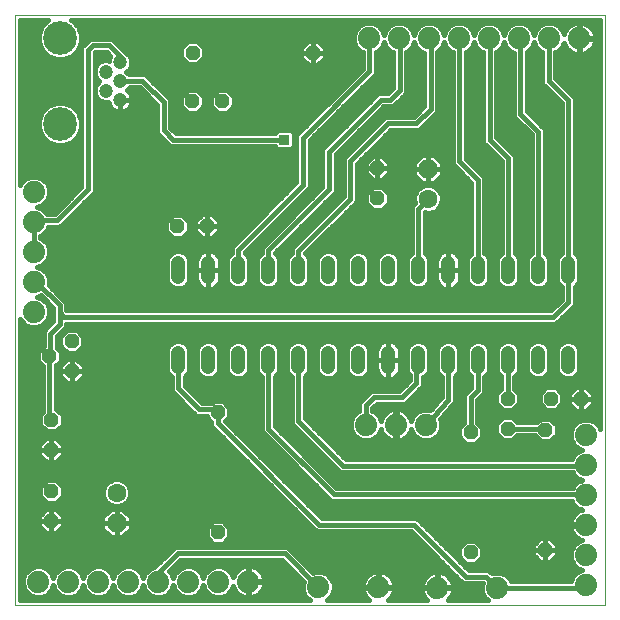
<source format=gbl>
G75*
%MOIN*%
%OFA0B0*%
%FSLAX25Y25*%
%IPPOS*%
%LPD*%
%AMOC8*
5,1,8,0,0,1.08239X$1,22.5*
%
%ADD10C,0.00000*%
%ADD11OC8,0.04800*%
%ADD12C,0.06300*%
%ADD13OC8,0.06300*%
%ADD14C,0.04724*%
%ADD15C,0.11220*%
%ADD16C,0.07400*%
%ADD17C,0.04800*%
%ADD18C,0.01600*%
%ADD19R,0.03543X0.03543*%
D10*
X0009201Y0009713D02*
X0009201Y0206563D01*
X0206051Y0206563D01*
X0206051Y0009713D01*
X0009201Y0009713D01*
D11*
X0021366Y0037665D03*
X0021366Y0047665D03*
X0021366Y0061484D03*
X0021366Y0071484D03*
X0028217Y0087705D03*
X0020717Y0092705D03*
X0028217Y0097705D03*
X0063413Y0136051D03*
X0073413Y0136051D03*
X0068413Y0177665D03*
X0078413Y0177665D03*
X0068531Y0193925D03*
X0108531Y0193925D03*
X0130106Y0155382D03*
X0130106Y0145382D03*
X0173531Y0078571D03*
X0173531Y0068571D03*
X0161209Y0067311D03*
X0186091Y0068098D03*
X0187980Y0078571D03*
X0197980Y0078571D03*
X0186091Y0028098D03*
X0161209Y0027311D03*
X0076957Y0034004D03*
X0076957Y0074004D03*
D12*
X0043138Y0047193D03*
X0146917Y0145106D03*
D13*
X0146917Y0155106D03*
X0043138Y0037193D03*
D14*
X0044280Y0178138D03*
X0039555Y0181287D03*
X0044280Y0184437D03*
X0039555Y0187587D03*
X0044280Y0190736D03*
D15*
X0024201Y0198807D03*
X0024201Y0170067D03*
D16*
X0015500Y0147508D03*
X0015500Y0137508D03*
X0015500Y0127508D03*
X0015500Y0117508D03*
X0015500Y0107508D03*
X0017075Y0017587D03*
X0027075Y0017587D03*
X0037075Y0017587D03*
X0047075Y0017587D03*
X0057075Y0017587D03*
X0067075Y0017587D03*
X0077075Y0017587D03*
X0087075Y0017587D03*
X0110421Y0015736D03*
X0130421Y0015736D03*
X0150028Y0015500D03*
X0170028Y0015500D03*
X0199634Y0016484D03*
X0199634Y0026484D03*
X0199634Y0036484D03*
X0199634Y0046484D03*
X0199634Y0056484D03*
X0199634Y0066484D03*
X0146248Y0069831D03*
X0136248Y0069831D03*
X0126248Y0069831D03*
X0127311Y0198689D03*
X0137311Y0198689D03*
X0147311Y0198689D03*
X0157311Y0198689D03*
X0167311Y0198689D03*
X0177311Y0198689D03*
X0187311Y0198689D03*
X0197311Y0198689D03*
D17*
X0193650Y0123884D02*
X0193650Y0119084D01*
X0183650Y0119084D02*
X0183650Y0123884D01*
X0173650Y0123884D02*
X0173650Y0119084D01*
X0163650Y0119084D02*
X0163650Y0123884D01*
X0153650Y0123884D02*
X0153650Y0119084D01*
X0143650Y0119084D02*
X0143650Y0123884D01*
X0133650Y0123884D02*
X0133650Y0119084D01*
X0123650Y0119084D02*
X0123650Y0123884D01*
X0113650Y0123884D02*
X0113650Y0119084D01*
X0103650Y0119084D02*
X0103650Y0123884D01*
X0093650Y0123884D02*
X0093650Y0119084D01*
X0083650Y0119084D02*
X0083650Y0123884D01*
X0073650Y0123884D02*
X0073650Y0119084D01*
X0063650Y0119084D02*
X0063650Y0123884D01*
X0063650Y0093884D02*
X0063650Y0089084D01*
X0073650Y0089084D02*
X0073650Y0093884D01*
X0083650Y0093884D02*
X0083650Y0089084D01*
X0093650Y0089084D02*
X0093650Y0093884D01*
X0103650Y0093884D02*
X0103650Y0089084D01*
X0113650Y0089084D02*
X0113650Y0093884D01*
X0123650Y0093884D02*
X0123650Y0089084D01*
X0133650Y0089084D02*
X0133650Y0093884D01*
X0143650Y0093884D02*
X0143650Y0089084D01*
X0153650Y0089084D02*
X0153650Y0093884D01*
X0163650Y0093884D02*
X0163650Y0089084D01*
X0173650Y0089084D02*
X0173650Y0093884D01*
X0183650Y0093884D02*
X0183650Y0089084D01*
X0193650Y0089084D02*
X0193650Y0093884D01*
D18*
X0196862Y0096032D02*
X0204267Y0096032D01*
X0204267Y0094434D02*
X0197440Y0094434D01*
X0197440Y0094638D02*
X0196863Y0096031D01*
X0195797Y0097098D01*
X0194404Y0097675D01*
X0192896Y0097675D01*
X0191502Y0097098D01*
X0190436Y0096031D01*
X0189859Y0094638D01*
X0189859Y0088330D01*
X0190436Y0086937D01*
X0191502Y0085871D01*
X0192896Y0085294D01*
X0194404Y0085294D01*
X0195797Y0085871D01*
X0196863Y0086937D01*
X0197440Y0088330D01*
X0197440Y0094638D01*
X0197440Y0092835D02*
X0204267Y0092835D01*
X0204267Y0091237D02*
X0197440Y0091237D01*
X0197440Y0089638D02*
X0204267Y0089638D01*
X0204267Y0088040D02*
X0197320Y0088040D01*
X0196367Y0086441D02*
X0204267Y0086441D01*
X0204267Y0084843D02*
X0175722Y0084843D01*
X0175722Y0085840D02*
X0175722Y0081741D01*
X0177322Y0080141D01*
X0177322Y0077001D01*
X0175102Y0074780D01*
X0171961Y0074780D01*
X0169741Y0077001D01*
X0169741Y0080141D01*
X0171341Y0081741D01*
X0171341Y0086032D01*
X0170436Y0086937D01*
X0169859Y0088330D01*
X0169859Y0094638D01*
X0170436Y0096031D01*
X0171502Y0097098D01*
X0172896Y0097675D01*
X0174404Y0097675D01*
X0175797Y0097098D01*
X0176863Y0096031D01*
X0177440Y0094638D01*
X0177440Y0088330D01*
X0176863Y0086937D01*
X0175797Y0085871D01*
X0175722Y0085840D01*
X0176367Y0086441D02*
X0180932Y0086441D01*
X0180436Y0086937D02*
X0181502Y0085871D01*
X0182896Y0085294D01*
X0184404Y0085294D01*
X0185797Y0085871D01*
X0186863Y0086937D01*
X0187440Y0088330D01*
X0187440Y0094638D01*
X0186863Y0096031D01*
X0185797Y0097098D01*
X0184404Y0097675D01*
X0182896Y0097675D01*
X0181502Y0097098D01*
X0180436Y0096031D01*
X0179859Y0094638D01*
X0179859Y0088330D01*
X0180436Y0086937D01*
X0179979Y0088040D02*
X0177320Y0088040D01*
X0177440Y0089638D02*
X0179859Y0089638D01*
X0179859Y0091237D02*
X0177440Y0091237D01*
X0177440Y0092835D02*
X0179859Y0092835D01*
X0179859Y0094434D02*
X0177440Y0094434D01*
X0176862Y0096032D02*
X0180437Y0096032D01*
X0182789Y0097631D02*
X0174510Y0097631D01*
X0172789Y0097631D02*
X0164510Y0097631D01*
X0164404Y0097675D02*
X0162896Y0097675D01*
X0161502Y0097098D01*
X0160436Y0096031D01*
X0159859Y0094638D01*
X0159859Y0088330D01*
X0160436Y0086937D01*
X0161341Y0086032D01*
X0161341Y0082273D01*
X0159018Y0079951D01*
X0159018Y0070481D01*
X0157418Y0068881D01*
X0157418Y0065741D01*
X0159639Y0063520D01*
X0162779Y0063520D01*
X0164999Y0065741D01*
X0164999Y0068881D01*
X0163399Y0070481D01*
X0163399Y0078136D01*
X0164439Y0079176D01*
X0165722Y0080459D01*
X0165722Y0085840D01*
X0165797Y0085871D01*
X0166863Y0086937D01*
X0167440Y0088330D01*
X0167440Y0094638D01*
X0166863Y0096031D01*
X0165797Y0097098D01*
X0164404Y0097675D01*
X0162789Y0097631D02*
X0154510Y0097631D01*
X0154404Y0097675D02*
X0155797Y0097098D01*
X0156863Y0096031D01*
X0157440Y0094638D01*
X0157440Y0088330D01*
X0156863Y0086937D01*
X0155840Y0085914D01*
X0155840Y0078243D01*
X0155891Y0077403D01*
X0155840Y0077346D01*
X0155840Y0077270D01*
X0155245Y0076675D01*
X0150936Y0071815D01*
X0151339Y0070843D01*
X0151339Y0068818D01*
X0150564Y0066947D01*
X0149132Y0065515D01*
X0147261Y0064740D01*
X0145235Y0064740D01*
X0143364Y0065515D01*
X0141932Y0066947D01*
X0141337Y0068384D01*
X0141148Y0067801D01*
X0140770Y0067059D01*
X0140281Y0066386D01*
X0139693Y0065798D01*
X0139019Y0065309D01*
X0138278Y0064931D01*
X0137486Y0064673D01*
X0136664Y0064543D01*
X0136448Y0064543D01*
X0136448Y0069631D01*
X0136048Y0069631D01*
X0136048Y0064543D01*
X0135832Y0064543D01*
X0135010Y0064673D01*
X0134218Y0064931D01*
X0133477Y0065309D01*
X0132804Y0065798D01*
X0132215Y0066386D01*
X0131726Y0067059D01*
X0131348Y0067801D01*
X0131159Y0068384D01*
X0130564Y0066947D01*
X0129132Y0065515D01*
X0127261Y0064740D01*
X0125235Y0064740D01*
X0123364Y0065515D01*
X0121932Y0066947D01*
X0121157Y0068818D01*
X0121157Y0070843D01*
X0121932Y0072714D01*
X0123364Y0074146D01*
X0124057Y0074433D01*
X0124057Y0077273D01*
X0126695Y0079911D01*
X0127978Y0081194D01*
X0137427Y0081194D01*
X0140869Y0084636D01*
X0140869Y0086505D01*
X0140436Y0086937D01*
X0139859Y0088330D01*
X0139859Y0094638D01*
X0140436Y0096031D01*
X0141502Y0097098D01*
X0142896Y0097675D01*
X0144404Y0097675D01*
X0145797Y0097098D01*
X0146863Y0096031D01*
X0147440Y0094638D01*
X0147440Y0088330D01*
X0146863Y0086937D01*
X0145797Y0085871D01*
X0145250Y0085644D01*
X0145250Y0082821D01*
X0143966Y0081538D01*
X0139242Y0076813D01*
X0129793Y0076813D01*
X0128439Y0075459D01*
X0128439Y0074433D01*
X0129132Y0074146D01*
X0130564Y0072714D01*
X0131159Y0071278D01*
X0131348Y0071860D01*
X0131726Y0072602D01*
X0132215Y0073275D01*
X0132804Y0073864D01*
X0133477Y0074353D01*
X0134218Y0074731D01*
X0135010Y0074988D01*
X0135832Y0075118D01*
X0136048Y0075118D01*
X0136048Y0070031D01*
X0136448Y0070031D01*
X0136448Y0075118D01*
X0136664Y0075118D01*
X0137486Y0074988D01*
X0138278Y0074731D01*
X0139019Y0074353D01*
X0139693Y0073864D01*
X0140281Y0073275D01*
X0140770Y0072602D01*
X0141148Y0071860D01*
X0141337Y0071278D01*
X0141932Y0072714D01*
X0143364Y0074146D01*
X0145235Y0074921D01*
X0147261Y0074921D01*
X0147680Y0074747D01*
X0151459Y0079009D01*
X0151459Y0085914D01*
X0150436Y0086937D01*
X0149859Y0088330D01*
X0149859Y0094638D01*
X0150436Y0096031D01*
X0151502Y0097098D01*
X0152896Y0097675D01*
X0154404Y0097675D01*
X0152789Y0097631D02*
X0144510Y0097631D01*
X0142789Y0097631D02*
X0135024Y0097631D01*
X0134813Y0097718D02*
X0134042Y0097872D01*
X0133650Y0097872D01*
X0133650Y0091484D01*
X0133650Y0091484D01*
X0137637Y0091484D01*
X0137637Y0088692D01*
X0137484Y0087921D01*
X0137183Y0087195D01*
X0136747Y0086542D01*
X0136191Y0085987D01*
X0135538Y0085551D01*
X0134813Y0085250D01*
X0134042Y0085097D01*
X0133650Y0085097D01*
X0133650Y0091484D01*
X0133650Y0091484D01*
X0137637Y0091484D01*
X0137637Y0094277D01*
X0137484Y0095047D01*
X0137183Y0095773D01*
X0136747Y0096426D01*
X0136191Y0096981D01*
X0135538Y0097418D01*
X0134813Y0097718D01*
X0133650Y0097631D02*
X0133650Y0097631D01*
X0133650Y0097872D02*
X0133257Y0097872D01*
X0132487Y0097718D01*
X0131761Y0097418D01*
X0131108Y0096981D01*
X0130552Y0096426D01*
X0130116Y0095773D01*
X0129815Y0095047D01*
X0129662Y0094277D01*
X0129662Y0091484D01*
X0129662Y0088692D01*
X0129815Y0087921D01*
X0130116Y0087195D01*
X0130552Y0086542D01*
X0131108Y0085987D01*
X0131761Y0085551D01*
X0132487Y0085250D01*
X0133257Y0085097D01*
X0133650Y0085097D01*
X0133650Y0091484D01*
X0133650Y0091484D01*
X0133649Y0091484D02*
X0129662Y0091484D01*
X0133649Y0091484D01*
X0133649Y0091484D01*
X0133650Y0091484D02*
X0133650Y0097872D01*
X0132275Y0097631D02*
X0124510Y0097631D01*
X0124404Y0097675D02*
X0125797Y0097098D01*
X0126863Y0096031D01*
X0127440Y0094638D01*
X0127440Y0088330D01*
X0126863Y0086937D01*
X0125797Y0085871D01*
X0124404Y0085294D01*
X0122896Y0085294D01*
X0121502Y0085871D01*
X0120436Y0086937D01*
X0119859Y0088330D01*
X0119859Y0094638D01*
X0120436Y0096031D01*
X0121502Y0097098D01*
X0122896Y0097675D01*
X0124404Y0097675D01*
X0122789Y0097631D02*
X0114510Y0097631D01*
X0114404Y0097675D02*
X0112896Y0097675D01*
X0111502Y0097098D01*
X0110436Y0096031D01*
X0109859Y0094638D01*
X0109859Y0088330D01*
X0110436Y0086937D01*
X0111502Y0085871D01*
X0112896Y0085294D01*
X0114404Y0085294D01*
X0115797Y0085871D01*
X0116863Y0086937D01*
X0117440Y0088330D01*
X0117440Y0094638D01*
X0116863Y0096031D01*
X0115797Y0097098D01*
X0114404Y0097675D01*
X0112789Y0097631D02*
X0104510Y0097631D01*
X0104404Y0097675D02*
X0102896Y0097675D01*
X0101502Y0097098D01*
X0100436Y0096031D01*
X0099859Y0094638D01*
X0099859Y0088330D01*
X0100436Y0086937D01*
X0101459Y0085914D01*
X0101459Y0070262D01*
X0116459Y0055262D01*
X0117742Y0053979D01*
X0195162Y0053979D01*
X0195318Y0053601D01*
X0196750Y0052169D01*
X0198403Y0051484D01*
X0196750Y0050800D01*
X0195318Y0049368D01*
X0195129Y0048911D01*
X0116407Y0048911D01*
X0095840Y0069478D01*
X0095840Y0085914D01*
X0096863Y0086937D01*
X0097440Y0088330D01*
X0097440Y0094638D01*
X0096863Y0096031D01*
X0095797Y0097098D01*
X0094404Y0097675D01*
X0092896Y0097675D01*
X0091502Y0097098D01*
X0090436Y0096031D01*
X0089859Y0094638D01*
X0089859Y0088330D01*
X0090436Y0086937D01*
X0091459Y0085914D01*
X0091459Y0067664D01*
X0113309Y0045813D01*
X0114593Y0044530D01*
X0194933Y0044530D01*
X0195318Y0043601D01*
X0196750Y0042169D01*
X0198187Y0041574D01*
X0197604Y0041384D01*
X0196863Y0041006D01*
X0196189Y0040517D01*
X0195601Y0039929D01*
X0195112Y0039255D01*
X0194734Y0038514D01*
X0194477Y0037722D01*
X0194346Y0036900D01*
X0194346Y0036684D01*
X0199434Y0036684D01*
X0199434Y0036284D01*
X0194346Y0036284D01*
X0194346Y0036068D01*
X0194477Y0035246D01*
X0194734Y0034455D01*
X0195112Y0033713D01*
X0195601Y0033040D01*
X0196189Y0032451D01*
X0196863Y0031962D01*
X0197604Y0031584D01*
X0198187Y0031395D01*
X0196750Y0030800D01*
X0195318Y0029368D01*
X0194543Y0027497D01*
X0194543Y0025472D01*
X0195318Y0023601D01*
X0196750Y0022169D01*
X0198403Y0021484D01*
X0196750Y0020800D01*
X0195318Y0019368D01*
X0194624Y0017691D01*
X0174630Y0017691D01*
X0174343Y0018384D01*
X0172911Y0019816D01*
X0171040Y0020591D01*
X0169015Y0020591D01*
X0168322Y0020303D01*
X0167273Y0021352D01*
X0160502Y0021352D01*
X0143179Y0038675D01*
X0111683Y0038675D01*
X0079336Y0071022D01*
X0080747Y0072434D01*
X0080747Y0075574D01*
X0078527Y0077794D01*
X0075387Y0077794D01*
X0074850Y0077257D01*
X0071525Y0077257D01*
X0065840Y0082943D01*
X0065840Y0085914D01*
X0066863Y0086937D01*
X0067440Y0088330D01*
X0067440Y0094638D01*
X0066863Y0096031D01*
X0065797Y0097098D01*
X0064404Y0097675D01*
X0062896Y0097675D01*
X0061502Y0097098D01*
X0060436Y0096031D01*
X0059859Y0094638D01*
X0059859Y0088330D01*
X0060436Y0086937D01*
X0061459Y0085914D01*
X0061459Y0081128D01*
X0068428Y0074160D01*
X0069711Y0072876D01*
X0073166Y0072876D01*
X0073166Y0072434D01*
X0074766Y0070834D01*
X0074766Y0069396D01*
X0108585Y0035577D01*
X0109868Y0034294D01*
X0141364Y0034294D01*
X0157404Y0018254D01*
X0158687Y0016971D01*
X0165127Y0016971D01*
X0164937Y0016513D01*
X0164937Y0014487D01*
X0165712Y0012616D01*
X0166832Y0011497D01*
X0153502Y0011497D01*
X0154061Y0012055D01*
X0154550Y0012729D01*
X0154928Y0013470D01*
X0155185Y0014262D01*
X0155315Y0015084D01*
X0155315Y0015300D01*
X0150228Y0015300D01*
X0150228Y0015700D01*
X0155315Y0015700D01*
X0155315Y0015916D01*
X0155185Y0016738D01*
X0154928Y0017530D01*
X0154550Y0018271D01*
X0154061Y0018945D01*
X0153472Y0019533D01*
X0152799Y0020022D01*
X0152057Y0020400D01*
X0151266Y0020657D01*
X0150444Y0020787D01*
X0150228Y0020787D01*
X0150228Y0015700D01*
X0149828Y0015700D01*
X0149828Y0020787D01*
X0149611Y0020787D01*
X0148789Y0020657D01*
X0147998Y0020400D01*
X0147256Y0020022D01*
X0146583Y0019533D01*
X0145995Y0018945D01*
X0145505Y0018271D01*
X0145128Y0017530D01*
X0144870Y0016738D01*
X0144740Y0015916D01*
X0144740Y0015700D01*
X0149827Y0015700D01*
X0149827Y0015300D01*
X0144740Y0015300D01*
X0144740Y0015084D01*
X0144870Y0014262D01*
X0145128Y0013470D01*
X0145505Y0012729D01*
X0145995Y0012055D01*
X0146553Y0011497D01*
X0133582Y0011497D01*
X0133866Y0011703D01*
X0134454Y0012292D01*
X0134943Y0012965D01*
X0135321Y0013707D01*
X0135578Y0014498D01*
X0135709Y0015320D01*
X0135709Y0015536D01*
X0130621Y0015536D01*
X0130621Y0015936D01*
X0130221Y0015936D01*
X0130221Y0015536D01*
X0125134Y0015536D01*
X0125134Y0015320D01*
X0125264Y0014498D01*
X0125521Y0013707D01*
X0125899Y0012965D01*
X0126388Y0012292D01*
X0126977Y0011703D01*
X0127261Y0011497D01*
X0113381Y0011497D01*
X0114737Y0012853D01*
X0115512Y0014724D01*
X0115512Y0016749D01*
X0114737Y0018620D01*
X0113305Y0020052D01*
X0111434Y0020827D01*
X0109409Y0020827D01*
X0108716Y0020540D01*
X0100029Y0029226D01*
X0062624Y0029226D01*
X0061341Y0027943D01*
X0056075Y0022677D01*
X0056062Y0022677D01*
X0054191Y0021902D01*
X0052759Y0020470D01*
X0052075Y0018818D01*
X0051390Y0020470D01*
X0049958Y0021902D01*
X0048087Y0022677D01*
X0046062Y0022677D01*
X0044191Y0021902D01*
X0042759Y0020470D01*
X0042075Y0018818D01*
X0041390Y0020470D01*
X0039958Y0021902D01*
X0038087Y0022677D01*
X0036062Y0022677D01*
X0034191Y0021902D01*
X0032759Y0020470D01*
X0032075Y0018818D01*
X0031390Y0020470D01*
X0029958Y0021902D01*
X0028087Y0022677D01*
X0026062Y0022677D01*
X0024191Y0021902D01*
X0022759Y0020470D01*
X0022075Y0018818D01*
X0021390Y0020470D01*
X0019958Y0021902D01*
X0018087Y0022677D01*
X0016062Y0022677D01*
X0014191Y0021902D01*
X0012759Y0020470D01*
X0011984Y0018599D01*
X0011984Y0016574D01*
X0012759Y0014703D01*
X0014191Y0013271D01*
X0016062Y0012496D01*
X0018087Y0012496D01*
X0019958Y0013271D01*
X0021390Y0014703D01*
X0022075Y0016355D01*
X0022759Y0014703D01*
X0024191Y0013271D01*
X0026062Y0012496D01*
X0028087Y0012496D01*
X0029958Y0013271D01*
X0031390Y0014703D01*
X0032075Y0016355D01*
X0032759Y0014703D01*
X0034191Y0013271D01*
X0036062Y0012496D01*
X0038087Y0012496D01*
X0039958Y0013271D01*
X0041390Y0014703D01*
X0042075Y0016355D01*
X0042759Y0014703D01*
X0044191Y0013271D01*
X0046062Y0012496D01*
X0048087Y0012496D01*
X0049958Y0013271D01*
X0051390Y0014703D01*
X0052075Y0016355D01*
X0052759Y0014703D01*
X0054191Y0013271D01*
X0056062Y0012496D01*
X0058087Y0012496D01*
X0059958Y0013271D01*
X0061390Y0014703D01*
X0062075Y0016355D01*
X0062759Y0014703D01*
X0064191Y0013271D01*
X0066062Y0012496D01*
X0068087Y0012496D01*
X0069958Y0013271D01*
X0071390Y0014703D01*
X0072075Y0016355D01*
X0072759Y0014703D01*
X0074191Y0013271D01*
X0076062Y0012496D01*
X0078087Y0012496D01*
X0079958Y0013271D01*
X0081390Y0014703D01*
X0081985Y0016140D01*
X0082175Y0015557D01*
X0082553Y0014815D01*
X0083042Y0014142D01*
X0083630Y0013554D01*
X0084304Y0013064D01*
X0085045Y0012687D01*
X0085837Y0012429D01*
X0086659Y0012299D01*
X0086875Y0012299D01*
X0086875Y0017387D01*
X0087275Y0017387D01*
X0087275Y0017787D01*
X0086875Y0017787D01*
X0086875Y0022874D01*
X0086659Y0022874D01*
X0085837Y0022744D01*
X0085045Y0022487D01*
X0084304Y0022109D01*
X0083630Y0021620D01*
X0083042Y0021031D01*
X0082553Y0020358D01*
X0082175Y0019616D01*
X0081985Y0019034D01*
X0081390Y0020470D01*
X0079958Y0021902D01*
X0078087Y0022677D01*
X0076062Y0022677D01*
X0074191Y0021902D01*
X0072759Y0020470D01*
X0072075Y0018818D01*
X0071390Y0020470D01*
X0069958Y0021902D01*
X0068087Y0022677D01*
X0066062Y0022677D01*
X0064191Y0021902D01*
X0062759Y0020470D01*
X0062075Y0018818D01*
X0061390Y0020470D01*
X0060727Y0021133D01*
X0064439Y0024845D01*
X0098215Y0024845D01*
X0105618Y0017442D01*
X0105331Y0016749D01*
X0105331Y0014724D01*
X0106106Y0012853D01*
X0107462Y0011497D01*
X0010985Y0011497D01*
X0010985Y0105106D01*
X0011184Y0104624D01*
X0012616Y0103192D01*
X0014487Y0102417D01*
X0016513Y0102417D01*
X0018384Y0103192D01*
X0019816Y0104624D01*
X0020591Y0106495D01*
X0020591Y0108520D01*
X0019816Y0110391D01*
X0018384Y0111823D01*
X0016731Y0112508D01*
X0017818Y0112958D01*
X0021971Y0108805D01*
X0021971Y0104321D01*
X0020104Y0102454D01*
X0018821Y0101171D01*
X0018821Y0096170D01*
X0016926Y0094275D01*
X0016926Y0091135D01*
X0018526Y0089535D01*
X0018526Y0074005D01*
X0017576Y0073054D01*
X0017576Y0069914D01*
X0019796Y0067694D01*
X0022936Y0067694D01*
X0025157Y0069914D01*
X0025157Y0073054D01*
X0022936Y0075275D01*
X0022907Y0075275D01*
X0022907Y0089535D01*
X0024507Y0091135D01*
X0024507Y0094275D01*
X0023202Y0095580D01*
X0023202Y0099356D01*
X0026352Y0102506D01*
X0026352Y0103585D01*
X0189636Y0103585D01*
X0190919Y0104868D01*
X0195840Y0109789D01*
X0195840Y0115914D01*
X0196863Y0116937D01*
X0197440Y0118330D01*
X0197440Y0124638D01*
X0196863Y0126031D01*
X0195840Y0127054D01*
X0195840Y0178927D01*
X0189344Y0185423D01*
X0189344Y0194021D01*
X0190195Y0194373D01*
X0191627Y0195805D01*
X0192222Y0197242D01*
X0192411Y0196659D01*
X0192789Y0195918D01*
X0193278Y0195244D01*
X0193867Y0194656D01*
X0194540Y0194167D01*
X0195281Y0193789D01*
X0196073Y0193532D01*
X0196895Y0193402D01*
X0197111Y0193402D01*
X0197111Y0198489D01*
X0197511Y0198489D01*
X0197511Y0198889D01*
X0197111Y0198889D01*
X0197111Y0203976D01*
X0196895Y0203976D01*
X0196073Y0203846D01*
X0195281Y0203589D01*
X0194540Y0203211D01*
X0193867Y0202722D01*
X0193278Y0202133D01*
X0192789Y0201460D01*
X0192411Y0200719D01*
X0192222Y0200136D01*
X0191627Y0201573D01*
X0190195Y0203005D01*
X0188324Y0203780D01*
X0186298Y0203780D01*
X0184427Y0203005D01*
X0182995Y0201573D01*
X0182311Y0199920D01*
X0181627Y0201573D01*
X0180195Y0203005D01*
X0178324Y0203780D01*
X0176298Y0203780D01*
X0174427Y0203005D01*
X0172995Y0201573D01*
X0172311Y0199920D01*
X0171627Y0201573D01*
X0170195Y0203005D01*
X0168324Y0203780D01*
X0166298Y0203780D01*
X0164427Y0203005D01*
X0162995Y0201573D01*
X0162311Y0199920D01*
X0161627Y0201573D01*
X0160195Y0203005D01*
X0158324Y0203780D01*
X0156298Y0203780D01*
X0154427Y0203005D01*
X0152995Y0201573D01*
X0152311Y0199920D01*
X0151627Y0201573D01*
X0150195Y0203005D01*
X0148324Y0203780D01*
X0146298Y0203780D01*
X0144427Y0203005D01*
X0142995Y0201573D01*
X0142311Y0199920D01*
X0141627Y0201573D01*
X0140195Y0203005D01*
X0138324Y0203780D01*
X0136298Y0203780D01*
X0134427Y0203005D01*
X0132995Y0201573D01*
X0132311Y0199920D01*
X0131627Y0201573D01*
X0130195Y0203005D01*
X0128324Y0203780D01*
X0126298Y0203780D01*
X0124427Y0203005D01*
X0122995Y0201573D01*
X0122220Y0199702D01*
X0122220Y0197676D01*
X0122995Y0195805D01*
X0124427Y0194373D01*
X0125120Y0194086D01*
X0125120Y0188573D01*
X0103073Y0166525D01*
X0103073Y0150777D01*
X0081459Y0129163D01*
X0081459Y0127054D01*
X0080436Y0126031D01*
X0079859Y0124638D01*
X0079859Y0118330D01*
X0080436Y0116937D01*
X0081502Y0115871D01*
X0082896Y0115294D01*
X0084404Y0115294D01*
X0085797Y0115871D01*
X0086863Y0116937D01*
X0087440Y0118330D01*
X0087440Y0124638D01*
X0086863Y0126031D01*
X0085840Y0127054D01*
X0085840Y0127349D01*
X0106171Y0147680D01*
X0107454Y0148963D01*
X0107454Y0164711D01*
X0128218Y0185475D01*
X0129502Y0186758D01*
X0129502Y0194086D01*
X0130195Y0194373D01*
X0131627Y0195805D01*
X0132311Y0197458D01*
X0132995Y0195805D01*
X0134427Y0194373D01*
X0135357Y0193989D01*
X0135357Y0182273D01*
X0133490Y0180407D01*
X0130341Y0180407D01*
X0129057Y0179124D01*
X0111735Y0161801D01*
X0111735Y0149203D01*
X0091459Y0128927D01*
X0091459Y0127054D01*
X0090436Y0126031D01*
X0089859Y0124638D01*
X0089859Y0118330D01*
X0090436Y0116937D01*
X0091502Y0115871D01*
X0092896Y0115294D01*
X0094404Y0115294D01*
X0095797Y0115871D01*
X0096863Y0116937D01*
X0097440Y0118330D01*
X0097440Y0124638D01*
X0096863Y0126031D01*
X0095840Y0127054D01*
X0095840Y0127112D01*
X0114833Y0146105D01*
X0116116Y0147388D01*
X0116116Y0159986D01*
X0132155Y0176026D01*
X0135305Y0176026D01*
X0138455Y0179176D01*
X0139738Y0180459D01*
X0139738Y0194184D01*
X0140195Y0194373D01*
X0141627Y0195805D01*
X0142311Y0197458D01*
X0142995Y0195805D01*
X0144427Y0194373D01*
X0145593Y0193891D01*
X0145593Y0175974D01*
X0142152Y0172533D01*
X0132703Y0172533D01*
X0131420Y0171250D01*
X0118821Y0158651D01*
X0118821Y0146053D01*
X0101459Y0128691D01*
X0101459Y0127054D01*
X0100436Y0126031D01*
X0099859Y0124638D01*
X0099859Y0118330D01*
X0100436Y0116937D01*
X0101502Y0115871D01*
X0102896Y0115294D01*
X0104404Y0115294D01*
X0105797Y0115871D01*
X0106863Y0116937D01*
X0107440Y0118330D01*
X0107440Y0124638D01*
X0106863Y0126031D01*
X0105929Y0126965D01*
X0121919Y0142955D01*
X0123202Y0144238D01*
X0123202Y0156837D01*
X0134518Y0168152D01*
X0143966Y0168152D01*
X0148691Y0172876D01*
X0149974Y0174160D01*
X0149974Y0194282D01*
X0150195Y0194373D01*
X0151627Y0195805D01*
X0152311Y0197458D01*
X0152995Y0195805D01*
X0154427Y0194373D01*
X0155120Y0194086D01*
X0155120Y0156758D01*
X0161341Y0150538D01*
X0161341Y0126936D01*
X0160436Y0126031D01*
X0159859Y0124638D01*
X0159859Y0118330D01*
X0160436Y0116937D01*
X0161502Y0115871D01*
X0162896Y0115294D01*
X0164404Y0115294D01*
X0165797Y0115871D01*
X0166863Y0116937D01*
X0167440Y0118330D01*
X0167440Y0124638D01*
X0166863Y0126031D01*
X0165797Y0127098D01*
X0165722Y0127129D01*
X0165722Y0152352D01*
X0164439Y0153635D01*
X0159502Y0158573D01*
X0159502Y0194086D01*
X0160195Y0194373D01*
X0161627Y0195805D01*
X0162311Y0197458D01*
X0162995Y0195805D01*
X0164427Y0194373D01*
X0165278Y0194021D01*
X0165278Y0163923D01*
X0166561Y0162640D01*
X0171459Y0157742D01*
X0171459Y0127054D01*
X0170436Y0126031D01*
X0169859Y0124638D01*
X0169859Y0118330D01*
X0170436Y0116937D01*
X0171502Y0115871D01*
X0172896Y0115294D01*
X0174404Y0115294D01*
X0175797Y0115871D01*
X0176863Y0116937D01*
X0177440Y0118330D01*
X0177440Y0124638D01*
X0176863Y0126031D01*
X0175840Y0127054D01*
X0175840Y0159557D01*
X0169659Y0165738D01*
X0169659Y0194152D01*
X0170195Y0194373D01*
X0171627Y0195805D01*
X0172311Y0197458D01*
X0172995Y0195805D01*
X0174427Y0194373D01*
X0175514Y0193923D01*
X0175514Y0172585D01*
X0181459Y0166640D01*
X0181459Y0127054D01*
X0180436Y0126031D01*
X0179859Y0124638D01*
X0179859Y0118330D01*
X0180436Y0116937D01*
X0181502Y0115871D01*
X0182896Y0115294D01*
X0184404Y0115294D01*
X0185797Y0115871D01*
X0186863Y0116937D01*
X0187440Y0118330D01*
X0187440Y0124638D01*
X0186863Y0126031D01*
X0185840Y0127054D01*
X0185840Y0168455D01*
X0179895Y0174399D01*
X0179895Y0194249D01*
X0180195Y0194373D01*
X0181627Y0195805D01*
X0182311Y0197458D01*
X0182995Y0195805D01*
X0184427Y0194373D01*
X0184963Y0194152D01*
X0184963Y0183608D01*
X0186246Y0182325D01*
X0191459Y0177112D01*
X0191459Y0127054D01*
X0190436Y0126031D01*
X0189859Y0124638D01*
X0189859Y0118330D01*
X0190436Y0116937D01*
X0191459Y0115914D01*
X0191459Y0111604D01*
X0187821Y0107966D01*
X0026644Y0107966D01*
X0026352Y0108258D01*
X0026352Y0110620D01*
X0025069Y0111903D01*
X0020557Y0116415D01*
X0020591Y0116495D01*
X0020591Y0118520D01*
X0019816Y0120391D01*
X0018384Y0121823D01*
X0016731Y0122508D01*
X0018384Y0123192D01*
X0019816Y0124624D01*
X0020591Y0126495D01*
X0020591Y0128520D01*
X0019816Y0130391D01*
X0018384Y0131823D01*
X0017691Y0132110D01*
X0017691Y0132905D01*
X0018384Y0133192D01*
X0019816Y0134624D01*
X0020331Y0135869D01*
X0024281Y0135869D01*
X0035801Y0147388D01*
X0035801Y0193845D01*
X0036092Y0194136D01*
X0039789Y0194136D01*
X0041088Y0192838D01*
X0040527Y0191483D01*
X0040527Y0191246D01*
X0040302Y0191339D01*
X0038809Y0191339D01*
X0037429Y0190768D01*
X0036374Y0189712D01*
X0035802Y0188333D01*
X0035802Y0186840D01*
X0036374Y0185461D01*
X0037398Y0184437D01*
X0036374Y0183413D01*
X0035802Y0182034D01*
X0035802Y0180541D01*
X0036374Y0179162D01*
X0037429Y0178106D01*
X0038809Y0177535D01*
X0040302Y0177535D01*
X0040367Y0177562D01*
X0040482Y0176986D01*
X0040779Y0176267D01*
X0041212Y0175620D01*
X0041762Y0175070D01*
X0042409Y0174638D01*
X0043127Y0174340D01*
X0043891Y0174188D01*
X0044279Y0174188D01*
X0044279Y0178138D01*
X0044280Y0178138D01*
X0048229Y0178138D01*
X0048229Y0178527D01*
X0048077Y0179290D01*
X0047780Y0180009D01*
X0047347Y0180656D01*
X0046797Y0181206D01*
X0046532Y0181383D01*
X0047461Y0182311D01*
X0047467Y0182325D01*
X0050813Y0182325D01*
X0056617Y0176522D01*
X0056617Y0167073D01*
X0057900Y0165790D01*
X0061049Y0162640D01*
X0095802Y0162640D01*
X0095802Y0162483D01*
X0096617Y0161669D01*
X0101312Y0161669D01*
X0102127Y0162483D01*
X0102127Y0167178D01*
X0101312Y0167993D01*
X0096617Y0167993D01*
X0095802Y0167178D01*
X0095802Y0167021D01*
X0062864Y0167021D01*
X0060998Y0168888D01*
X0060998Y0178336D01*
X0053911Y0185423D01*
X0052628Y0186706D01*
X0047317Y0186706D01*
X0046437Y0187587D01*
X0047461Y0188610D01*
X0048032Y0189990D01*
X0048032Y0191483D01*
X0047461Y0192862D01*
X0046405Y0193918D01*
X0046061Y0194060D01*
X0042887Y0197234D01*
X0041604Y0198517D01*
X0034278Y0198517D01*
X0032703Y0196943D01*
X0031420Y0195659D01*
X0031420Y0149203D01*
X0022467Y0140250D01*
X0019874Y0140250D01*
X0019816Y0140391D01*
X0018384Y0141823D01*
X0016731Y0142508D01*
X0018384Y0143192D01*
X0019816Y0144624D01*
X0020591Y0146495D01*
X0020591Y0148520D01*
X0019816Y0150391D01*
X0018384Y0151823D01*
X0016513Y0152598D01*
X0014487Y0152598D01*
X0012616Y0151823D01*
X0011184Y0150391D01*
X0010985Y0149910D01*
X0010985Y0204779D01*
X0020324Y0204779D01*
X0020235Y0204742D01*
X0018266Y0202773D01*
X0017200Y0200200D01*
X0017200Y0197415D01*
X0018266Y0194841D01*
X0020235Y0192872D01*
X0022808Y0191806D01*
X0025593Y0191806D01*
X0028166Y0192872D01*
X0030136Y0194841D01*
X0031202Y0197415D01*
X0031202Y0200200D01*
X0030136Y0202773D01*
X0028166Y0204742D01*
X0028078Y0204779D01*
X0204267Y0204779D01*
X0204267Y0068601D01*
X0203949Y0069368D01*
X0202517Y0070800D01*
X0200646Y0071575D01*
X0198621Y0071575D01*
X0196750Y0070800D01*
X0195318Y0069368D01*
X0194543Y0067497D01*
X0194543Y0065472D01*
X0195318Y0063601D01*
X0196750Y0062169D01*
X0198403Y0061484D01*
X0196750Y0060800D01*
X0195318Y0059368D01*
X0194901Y0058360D01*
X0119557Y0058360D01*
X0105840Y0072077D01*
X0105840Y0085914D01*
X0106863Y0086937D01*
X0107440Y0088330D01*
X0107440Y0094638D01*
X0106863Y0096031D01*
X0105797Y0097098D01*
X0104404Y0097675D01*
X0102789Y0097631D02*
X0094510Y0097631D01*
X0092789Y0097631D02*
X0084510Y0097631D01*
X0084404Y0097675D02*
X0082896Y0097675D01*
X0081502Y0097098D01*
X0080436Y0096031D01*
X0079859Y0094638D01*
X0079859Y0088330D01*
X0080436Y0086937D01*
X0081502Y0085871D01*
X0082896Y0085294D01*
X0084404Y0085294D01*
X0085797Y0085871D01*
X0086863Y0086937D01*
X0087440Y0088330D01*
X0087440Y0094638D01*
X0086863Y0096031D01*
X0085797Y0097098D01*
X0084404Y0097675D01*
X0082789Y0097631D02*
X0074510Y0097631D01*
X0074404Y0097675D02*
X0072896Y0097675D01*
X0071502Y0097098D01*
X0070436Y0096031D01*
X0069859Y0094638D01*
X0069859Y0088330D01*
X0070436Y0086937D01*
X0071502Y0085871D01*
X0072896Y0085294D01*
X0074404Y0085294D01*
X0075797Y0085871D01*
X0076863Y0086937D01*
X0077440Y0088330D01*
X0077440Y0094638D01*
X0076863Y0096031D01*
X0075797Y0097098D01*
X0074404Y0097675D01*
X0072789Y0097631D02*
X0064510Y0097631D01*
X0062789Y0097631D02*
X0032007Y0097631D01*
X0032007Y0096135D02*
X0029787Y0093914D01*
X0026646Y0093914D01*
X0024426Y0096135D01*
X0024426Y0099275D01*
X0026646Y0101495D01*
X0029787Y0101495D01*
X0032007Y0099275D01*
X0032007Y0096135D01*
X0031905Y0096032D02*
X0060437Y0096032D01*
X0059859Y0094434D02*
X0030306Y0094434D01*
X0029868Y0091692D02*
X0028217Y0091692D01*
X0028217Y0087705D01*
X0032204Y0087705D01*
X0032204Y0089356D01*
X0029868Y0091692D01*
X0030324Y0091237D02*
X0059859Y0091237D01*
X0059859Y0092835D02*
X0024507Y0092835D01*
X0024507Y0091237D02*
X0026109Y0091237D01*
X0026565Y0091692D02*
X0024229Y0089356D01*
X0024229Y0087705D01*
X0028216Y0087705D01*
X0028216Y0087705D01*
X0028216Y0091692D01*
X0026565Y0091692D01*
X0028216Y0091237D02*
X0028217Y0091237D01*
X0028216Y0089638D02*
X0028217Y0089638D01*
X0028216Y0088040D02*
X0028217Y0088040D01*
X0028217Y0087705D02*
X0028216Y0087705D01*
X0024229Y0087705D01*
X0024229Y0086053D01*
X0026565Y0083717D01*
X0028216Y0083717D01*
X0028216Y0087705D01*
X0028217Y0087705D01*
X0028217Y0087705D01*
X0032204Y0087705D01*
X0032204Y0086053D01*
X0029868Y0083717D01*
X0028217Y0083717D01*
X0028217Y0087705D01*
X0028216Y0086441D02*
X0028217Y0086441D01*
X0028216Y0084843D02*
X0028217Y0084843D01*
X0030993Y0084843D02*
X0061459Y0084843D01*
X0061459Y0083244D02*
X0022907Y0083244D01*
X0022907Y0081646D02*
X0061459Y0081646D01*
X0062540Y0080047D02*
X0022907Y0080047D01*
X0022907Y0078449D02*
X0064139Y0078449D01*
X0065737Y0076850D02*
X0022907Y0076850D01*
X0022959Y0075252D02*
X0067336Y0075252D01*
X0068934Y0073653D02*
X0024558Y0073653D01*
X0025157Y0072055D02*
X0073545Y0072055D01*
X0074766Y0070456D02*
X0025157Y0070456D01*
X0024100Y0068858D02*
X0075304Y0068858D01*
X0076957Y0070303D02*
X0110776Y0036484D01*
X0142272Y0036484D01*
X0159594Y0019161D01*
X0166366Y0019161D01*
X0170028Y0015500D01*
X0198650Y0015500D01*
X0199634Y0016484D01*
X0196997Y0020902D02*
X0167723Y0020902D01*
X0163357Y0024099D02*
X0195112Y0024099D01*
X0194543Y0025698D02*
X0189329Y0025698D01*
X0190078Y0026447D02*
X0190078Y0028098D01*
X0186091Y0028098D01*
X0186091Y0028098D01*
X0186091Y0024111D01*
X0187742Y0024111D01*
X0190078Y0026447D01*
X0190078Y0027296D02*
X0194543Y0027296D01*
X0195122Y0028895D02*
X0190078Y0028895D01*
X0190078Y0028098D02*
X0190078Y0029750D01*
X0187742Y0032086D01*
X0186091Y0032086D01*
X0186091Y0028099D01*
X0186090Y0028099D01*
X0186090Y0032086D01*
X0184439Y0032086D01*
X0182103Y0029750D01*
X0182103Y0028098D01*
X0182103Y0026447D01*
X0184439Y0024111D01*
X0186090Y0024111D01*
X0186090Y0028098D01*
X0182103Y0028098D01*
X0186090Y0028098D01*
X0186090Y0028098D01*
X0186091Y0028098D01*
X0190078Y0028098D01*
X0189335Y0030493D02*
X0196444Y0030493D01*
X0196684Y0032092D02*
X0149762Y0032092D01*
X0148164Y0033690D02*
X0195128Y0033690D01*
X0194470Y0035289D02*
X0146565Y0035289D01*
X0144966Y0036887D02*
X0194346Y0036887D01*
X0194725Y0038486D02*
X0143368Y0038486D01*
X0141968Y0033690D02*
X0080747Y0033690D01*
X0080747Y0032434D02*
X0078527Y0030213D01*
X0075387Y0030213D01*
X0073166Y0032434D01*
X0073166Y0035574D01*
X0075387Y0037794D01*
X0078527Y0037794D01*
X0080747Y0035574D01*
X0080747Y0032434D01*
X0080405Y0032092D02*
X0143566Y0032092D01*
X0145165Y0030493D02*
X0078807Y0030493D01*
X0075107Y0030493D02*
X0010985Y0030493D01*
X0010985Y0028895D02*
X0062293Y0028895D01*
X0063531Y0027035D02*
X0099122Y0027035D01*
X0110421Y0015736D01*
X0115116Y0017705D02*
X0125502Y0017705D01*
X0125521Y0017766D02*
X0125264Y0016974D01*
X0125134Y0016152D01*
X0125134Y0015936D01*
X0130221Y0015936D01*
X0130221Y0021024D01*
X0130005Y0021024D01*
X0129183Y0020893D01*
X0128392Y0020636D01*
X0127650Y0020258D01*
X0126977Y0019769D01*
X0126388Y0019181D01*
X0125899Y0018507D01*
X0125521Y0017766D01*
X0125134Y0016107D02*
X0115512Y0016107D01*
X0115423Y0014508D02*
X0125262Y0014508D01*
X0125939Y0012910D02*
X0114760Y0012910D01*
X0114053Y0019304D02*
X0126511Y0019304D01*
X0129238Y0020902D02*
X0108353Y0020902D01*
X0106755Y0022501D02*
X0153157Y0022501D01*
X0151559Y0024099D02*
X0105156Y0024099D01*
X0103558Y0025698D02*
X0149960Y0025698D01*
X0148362Y0027296D02*
X0101959Y0027296D01*
X0100361Y0028895D02*
X0146763Y0028895D01*
X0151361Y0030493D02*
X0159030Y0030493D01*
X0159639Y0031102D02*
X0157418Y0028881D01*
X0157418Y0025741D01*
X0159639Y0023520D01*
X0162779Y0023520D01*
X0164999Y0025741D01*
X0164999Y0028881D01*
X0162779Y0031102D01*
X0159639Y0031102D01*
X0157432Y0028895D02*
X0152959Y0028895D01*
X0154558Y0027296D02*
X0157418Y0027296D01*
X0157461Y0025698D02*
X0156156Y0025698D01*
X0157755Y0024099D02*
X0159060Y0024099D01*
X0159353Y0022501D02*
X0196418Y0022501D01*
X0195292Y0019304D02*
X0173423Y0019304D01*
X0174624Y0017705D02*
X0194630Y0017705D01*
X0186090Y0025698D02*
X0186091Y0025698D01*
X0186090Y0027296D02*
X0186091Y0027296D01*
X0186090Y0028895D02*
X0186091Y0028895D01*
X0186090Y0030493D02*
X0186091Y0030493D01*
X0182846Y0030493D02*
X0163387Y0030493D01*
X0164986Y0028895D02*
X0182103Y0028895D01*
X0182103Y0027296D02*
X0164999Y0027296D01*
X0164956Y0025698D02*
X0182852Y0025698D01*
X0195756Y0040084D02*
X0110273Y0040084D01*
X0108675Y0041683D02*
X0197923Y0041683D01*
X0195638Y0043281D02*
X0107076Y0043281D01*
X0105478Y0044880D02*
X0114243Y0044880D01*
X0115500Y0046720D02*
X0199398Y0046720D01*
X0199634Y0046484D01*
X0195626Y0049675D02*
X0115643Y0049675D01*
X0114044Y0051274D02*
X0197895Y0051274D01*
X0196047Y0052872D02*
X0112446Y0052872D01*
X0110847Y0054471D02*
X0117250Y0054471D01*
X0118650Y0056169D02*
X0199319Y0056169D01*
X0199634Y0056484D01*
X0196908Y0060865D02*
X0117052Y0060865D01*
X0118650Y0059266D02*
X0195276Y0059266D01*
X0196455Y0062463D02*
X0115453Y0062463D01*
X0113855Y0064062D02*
X0159097Y0064062D01*
X0157499Y0065660D02*
X0149277Y0065660D01*
X0150693Y0067259D02*
X0157418Y0067259D01*
X0157418Y0068858D02*
X0151339Y0068858D01*
X0151339Y0070456D02*
X0158993Y0070456D01*
X0159018Y0072055D02*
X0151148Y0072055D01*
X0152565Y0073653D02*
X0159018Y0073653D01*
X0159018Y0075252D02*
X0153983Y0075252D01*
X0155420Y0076850D02*
X0159018Y0076850D01*
X0159018Y0078449D02*
X0155840Y0078449D01*
X0155840Y0080047D02*
X0159115Y0080047D01*
X0160713Y0081646D02*
X0155840Y0081646D01*
X0155840Y0083244D02*
X0161341Y0083244D01*
X0161341Y0084843D02*
X0155840Y0084843D01*
X0156367Y0086441D02*
X0160932Y0086441D01*
X0159979Y0088040D02*
X0157320Y0088040D01*
X0157440Y0089638D02*
X0159859Y0089638D01*
X0159859Y0091237D02*
X0157440Y0091237D01*
X0157440Y0092835D02*
X0159859Y0092835D01*
X0159859Y0094434D02*
X0157440Y0094434D01*
X0156862Y0096032D02*
X0160437Y0096032D01*
X0163650Y0091484D02*
X0163531Y0091366D01*
X0163531Y0081366D01*
X0161209Y0079043D01*
X0161209Y0067311D01*
X0164999Y0067259D02*
X0169741Y0067259D01*
X0169741Y0067001D02*
X0171961Y0064780D01*
X0175102Y0064780D01*
X0176702Y0066380D01*
X0182448Y0066380D01*
X0184520Y0064308D01*
X0187661Y0064308D01*
X0189881Y0066528D01*
X0189881Y0069669D01*
X0187661Y0071889D01*
X0184520Y0071889D01*
X0183393Y0070761D01*
X0176702Y0070761D01*
X0175102Y0072361D01*
X0171961Y0072361D01*
X0169741Y0070141D01*
X0169741Y0067001D01*
X0169741Y0068858D02*
X0164999Y0068858D01*
X0163424Y0070456D02*
X0170056Y0070456D01*
X0171655Y0072055D02*
X0163399Y0072055D01*
X0163399Y0073653D02*
X0204267Y0073653D01*
X0204267Y0072055D02*
X0175408Y0072055D01*
X0173531Y0068571D02*
X0185618Y0068571D01*
X0186091Y0068098D01*
X0183168Y0065660D02*
X0175982Y0065660D01*
X0171081Y0065660D02*
X0164919Y0065660D01*
X0163320Y0064062D02*
X0195127Y0064062D01*
X0194543Y0065660D02*
X0189013Y0065660D01*
X0189881Y0067259D02*
X0194543Y0067259D01*
X0195107Y0068858D02*
X0189881Y0068858D01*
X0189094Y0070456D02*
X0196407Y0070456D01*
X0196329Y0074583D02*
X0197980Y0074583D01*
X0197980Y0078571D01*
X0197980Y0078571D01*
X0193993Y0078571D01*
X0193993Y0080222D01*
X0196329Y0082558D01*
X0197980Y0082558D01*
X0197980Y0078571D01*
X0197980Y0078571D01*
X0193993Y0078571D01*
X0193993Y0076919D01*
X0196329Y0074583D01*
X0195661Y0075252D02*
X0190022Y0075252D01*
X0189550Y0074780D02*
X0191771Y0077001D01*
X0191771Y0080141D01*
X0189550Y0082361D01*
X0186410Y0082361D01*
X0184190Y0080141D01*
X0184190Y0077001D01*
X0186410Y0074780D01*
X0189550Y0074780D01*
X0191620Y0076850D02*
X0194062Y0076850D01*
X0193993Y0078449D02*
X0191771Y0078449D01*
X0191771Y0080047D02*
X0193993Y0080047D01*
X0195416Y0081646D02*
X0190266Y0081646D01*
X0185694Y0081646D02*
X0175817Y0081646D01*
X0175722Y0083244D02*
X0204267Y0083244D01*
X0204267Y0081646D02*
X0200545Y0081646D01*
X0199632Y0082558D02*
X0197980Y0082558D01*
X0197980Y0078571D01*
X0197980Y0078571D01*
X0201968Y0078571D01*
X0201968Y0080222D01*
X0199632Y0082558D01*
X0197980Y0081646D02*
X0197980Y0081646D01*
X0197980Y0080047D02*
X0197980Y0080047D01*
X0197980Y0078571D02*
X0197980Y0078571D01*
X0197980Y0074583D01*
X0199632Y0074583D01*
X0201968Y0076919D01*
X0201968Y0078571D01*
X0197980Y0078571D01*
X0197980Y0078449D02*
X0197980Y0078449D01*
X0197980Y0076850D02*
X0197980Y0076850D01*
X0197980Y0075252D02*
X0197980Y0075252D01*
X0200300Y0075252D02*
X0204267Y0075252D01*
X0204267Y0076850D02*
X0201899Y0076850D01*
X0201968Y0078449D02*
X0204267Y0078449D01*
X0204267Y0080047D02*
X0201968Y0080047D01*
X0202861Y0070456D02*
X0204267Y0070456D01*
X0204267Y0068858D02*
X0204161Y0068858D01*
X0190932Y0086441D02*
X0186367Y0086441D01*
X0187320Y0088040D02*
X0189979Y0088040D01*
X0189859Y0089638D02*
X0187440Y0089638D01*
X0187440Y0091237D02*
X0189859Y0091237D01*
X0189859Y0092835D02*
X0187440Y0092835D01*
X0187440Y0094434D02*
X0189859Y0094434D01*
X0190437Y0096032D02*
X0186862Y0096032D01*
X0184510Y0097631D02*
X0192789Y0097631D01*
X0194510Y0097631D02*
X0204267Y0097631D01*
X0204267Y0099229D02*
X0032007Y0099229D01*
X0030454Y0100828D02*
X0204267Y0100828D01*
X0204267Y0102426D02*
X0026272Y0102426D01*
X0025979Y0100828D02*
X0024674Y0100828D01*
X0024426Y0099229D02*
X0023202Y0099229D01*
X0023202Y0097631D02*
X0024426Y0097631D01*
X0024528Y0096032D02*
X0023202Y0096032D01*
X0024348Y0094434D02*
X0026127Y0094434D01*
X0024511Y0089638D02*
X0023011Y0089638D01*
X0022907Y0088040D02*
X0024229Y0088040D01*
X0024229Y0086441D02*
X0022907Y0086441D01*
X0022907Y0084843D02*
X0025440Y0084843D01*
X0018526Y0084843D02*
X0010985Y0084843D01*
X0010985Y0086441D02*
X0018526Y0086441D01*
X0018526Y0088040D02*
X0010985Y0088040D01*
X0010985Y0089638D02*
X0018422Y0089638D01*
X0016926Y0091237D02*
X0010985Y0091237D01*
X0010985Y0092835D02*
X0016926Y0092835D01*
X0017085Y0094434D02*
X0010985Y0094434D01*
X0010985Y0096032D02*
X0018683Y0096032D01*
X0018821Y0097631D02*
X0010985Y0097631D01*
X0010985Y0099229D02*
X0018821Y0099229D01*
X0018821Y0100828D02*
X0010985Y0100828D01*
X0010985Y0102426D02*
X0014466Y0102426D01*
X0016534Y0102426D02*
X0020076Y0102426D01*
X0019216Y0104025D02*
X0021675Y0104025D01*
X0021971Y0105623D02*
X0020229Y0105623D01*
X0020591Y0107222D02*
X0021971Y0107222D01*
X0021956Y0108820D02*
X0020466Y0108820D01*
X0020357Y0110419D02*
X0019788Y0110419D01*
X0018759Y0112017D02*
X0017915Y0112017D01*
X0021758Y0115214D02*
X0072666Y0115214D01*
X0072487Y0115250D02*
X0073257Y0115097D01*
X0073650Y0115097D01*
X0074042Y0115097D01*
X0074813Y0115250D01*
X0075538Y0115551D01*
X0076191Y0115987D01*
X0076747Y0116542D01*
X0077183Y0117195D01*
X0077484Y0117921D01*
X0077637Y0118692D01*
X0077637Y0121484D01*
X0073650Y0121484D01*
X0073650Y0121484D01*
X0073650Y0115097D01*
X0073650Y0121484D01*
X0073650Y0121484D01*
X0077637Y0121484D01*
X0077637Y0124277D01*
X0077484Y0125047D01*
X0077183Y0125773D01*
X0076747Y0126426D01*
X0076191Y0126981D01*
X0075538Y0127418D01*
X0074813Y0127718D01*
X0074042Y0127872D01*
X0073650Y0127872D01*
X0073650Y0121484D01*
X0073650Y0121484D01*
X0073649Y0121484D02*
X0069662Y0121484D01*
X0069662Y0118692D01*
X0069815Y0117921D01*
X0070116Y0117195D01*
X0070552Y0116542D01*
X0071108Y0115987D01*
X0071761Y0115551D01*
X0072487Y0115250D01*
X0073650Y0115214D02*
X0073650Y0115214D01*
X0074633Y0115214D02*
X0152666Y0115214D01*
X0152487Y0115250D02*
X0153257Y0115097D01*
X0153650Y0115097D01*
X0154042Y0115097D01*
X0154813Y0115250D01*
X0155538Y0115551D01*
X0156191Y0115987D01*
X0156747Y0116542D01*
X0157183Y0117195D01*
X0157484Y0117921D01*
X0157637Y0118692D01*
X0157637Y0121484D01*
X0153650Y0121484D01*
X0153650Y0121484D01*
X0153650Y0115097D01*
X0153650Y0121484D01*
X0153650Y0121484D01*
X0157637Y0121484D01*
X0157637Y0124277D01*
X0157484Y0125047D01*
X0157183Y0125773D01*
X0156747Y0126426D01*
X0156191Y0126981D01*
X0155538Y0127418D01*
X0154813Y0127718D01*
X0154042Y0127872D01*
X0153650Y0127872D01*
X0153650Y0121484D01*
X0153650Y0121484D01*
X0153649Y0121484D02*
X0149662Y0121484D01*
X0149662Y0118692D01*
X0149815Y0117921D01*
X0150116Y0117195D01*
X0150552Y0116542D01*
X0151108Y0115987D01*
X0151761Y0115551D01*
X0152487Y0115250D01*
X0153650Y0115214D02*
X0153650Y0115214D01*
X0154633Y0115214D02*
X0191459Y0115214D01*
X0191459Y0113616D02*
X0023356Y0113616D01*
X0024955Y0112017D02*
X0191459Y0112017D01*
X0190274Y0110419D02*
X0026352Y0110419D01*
X0026352Y0108820D02*
X0188675Y0108820D01*
X0188728Y0105776D02*
X0025736Y0105776D01*
X0024161Y0107350D01*
X0024161Y0103413D01*
X0021012Y0100264D01*
X0021012Y0093000D01*
X0020717Y0092705D01*
X0020717Y0072134D01*
X0021366Y0071484D01*
X0018632Y0068858D02*
X0010985Y0068858D01*
X0010985Y0070456D02*
X0017576Y0070456D01*
X0017576Y0072055D02*
X0010985Y0072055D01*
X0010985Y0073653D02*
X0018174Y0073653D01*
X0018526Y0075252D02*
X0010985Y0075252D01*
X0010985Y0076850D02*
X0018526Y0076850D01*
X0018526Y0078449D02*
X0010985Y0078449D01*
X0010985Y0080047D02*
X0018526Y0080047D01*
X0018526Y0081646D02*
X0010985Y0081646D01*
X0010985Y0083244D02*
X0018526Y0083244D01*
X0031922Y0089638D02*
X0059859Y0089638D01*
X0059979Y0088040D02*
X0032204Y0088040D01*
X0032204Y0086441D02*
X0060932Y0086441D01*
X0065840Y0084843D02*
X0091459Y0084843D01*
X0091459Y0083244D02*
X0065840Y0083244D01*
X0067137Y0081646D02*
X0091459Y0081646D01*
X0091459Y0080047D02*
X0068736Y0080047D01*
X0070334Y0078449D02*
X0091459Y0078449D01*
X0091459Y0076850D02*
X0079471Y0076850D01*
X0080747Y0075252D02*
X0091459Y0075252D01*
X0091459Y0073653D02*
X0080747Y0073653D01*
X0080368Y0072055D02*
X0091459Y0072055D01*
X0091459Y0070456D02*
X0079902Y0070456D01*
X0081500Y0068858D02*
X0091459Y0068858D01*
X0091864Y0067259D02*
X0083099Y0067259D01*
X0084697Y0065660D02*
X0093462Y0065660D01*
X0095061Y0064062D02*
X0086296Y0064062D01*
X0087894Y0062463D02*
X0096659Y0062463D01*
X0098258Y0060865D02*
X0089493Y0060865D01*
X0091091Y0059266D02*
X0099856Y0059266D01*
X0101455Y0057668D02*
X0092690Y0057668D01*
X0094288Y0056069D02*
X0103053Y0056069D01*
X0104652Y0054471D02*
X0095887Y0054471D01*
X0097485Y0052872D02*
X0106250Y0052872D01*
X0107849Y0051274D02*
X0099084Y0051274D01*
X0100682Y0049675D02*
X0109447Y0049675D01*
X0111046Y0048077D02*
X0102281Y0048077D01*
X0103879Y0046478D02*
X0112644Y0046478D01*
X0115500Y0046720D02*
X0093650Y0068571D01*
X0093650Y0091484D01*
X0097440Y0091237D02*
X0099859Y0091237D01*
X0099859Y0092835D02*
X0097440Y0092835D01*
X0097440Y0094434D02*
X0099859Y0094434D01*
X0100437Y0096032D02*
X0096862Y0096032D01*
X0097440Y0089638D02*
X0099859Y0089638D01*
X0099979Y0088040D02*
X0097320Y0088040D01*
X0096367Y0086441D02*
X0100932Y0086441D01*
X0101459Y0084843D02*
X0095840Y0084843D01*
X0095840Y0083244D02*
X0101459Y0083244D01*
X0101459Y0081646D02*
X0095840Y0081646D01*
X0095840Y0080047D02*
X0101459Y0080047D01*
X0101459Y0078449D02*
X0095840Y0078449D01*
X0095840Y0076850D02*
X0101459Y0076850D01*
X0101459Y0075252D02*
X0095840Y0075252D01*
X0095840Y0073653D02*
X0101459Y0073653D01*
X0101459Y0072055D02*
X0095840Y0072055D01*
X0095840Y0070456D02*
X0101459Y0070456D01*
X0102863Y0068858D02*
X0096461Y0068858D01*
X0098059Y0067259D02*
X0104462Y0067259D01*
X0106060Y0065660D02*
X0099658Y0065660D01*
X0101256Y0064062D02*
X0107659Y0064062D01*
X0109258Y0062463D02*
X0102855Y0062463D01*
X0104453Y0060865D02*
X0110856Y0060865D01*
X0112455Y0059266D02*
X0106052Y0059266D01*
X0107650Y0057668D02*
X0114053Y0057668D01*
X0115652Y0056069D02*
X0109249Y0056069D01*
X0112256Y0065660D02*
X0123219Y0065660D01*
X0121803Y0067259D02*
X0110658Y0067259D01*
X0109059Y0068858D02*
X0121157Y0068858D01*
X0121157Y0070456D02*
X0107461Y0070456D01*
X0105862Y0072055D02*
X0121659Y0072055D01*
X0122871Y0073653D02*
X0105840Y0073653D01*
X0105840Y0075252D02*
X0124057Y0075252D01*
X0124057Y0076850D02*
X0105840Y0076850D01*
X0105840Y0078449D02*
X0125233Y0078449D01*
X0126831Y0080047D02*
X0105840Y0080047D01*
X0105840Y0081646D02*
X0137878Y0081646D01*
X0139477Y0083244D02*
X0105840Y0083244D01*
X0105840Y0084843D02*
X0140869Y0084843D01*
X0140869Y0086441D02*
X0136646Y0086441D01*
X0137507Y0088040D02*
X0139979Y0088040D01*
X0139859Y0089638D02*
X0137637Y0089638D01*
X0137637Y0091237D02*
X0139859Y0091237D01*
X0139859Y0092835D02*
X0137637Y0092835D01*
X0137606Y0094434D02*
X0139859Y0094434D01*
X0140437Y0096032D02*
X0137010Y0096032D01*
X0133650Y0096032D02*
X0133650Y0096032D01*
X0133650Y0094434D02*
X0133650Y0094434D01*
X0133650Y0092835D02*
X0133650Y0092835D01*
X0133650Y0091237D02*
X0133650Y0091237D01*
X0133650Y0089638D02*
X0133650Y0089638D01*
X0133650Y0088040D02*
X0133650Y0088040D01*
X0133650Y0086441D02*
X0133650Y0086441D01*
X0130654Y0086441D02*
X0126367Y0086441D01*
X0127320Y0088040D02*
X0129792Y0088040D01*
X0129662Y0089638D02*
X0127440Y0089638D01*
X0127440Y0091237D02*
X0129662Y0091237D01*
X0129662Y0092835D02*
X0127440Y0092835D01*
X0127440Y0094434D02*
X0129693Y0094434D01*
X0130289Y0096032D02*
X0126862Y0096032D01*
X0120437Y0096032D02*
X0116862Y0096032D01*
X0117440Y0094434D02*
X0119859Y0094434D01*
X0119859Y0092835D02*
X0117440Y0092835D01*
X0117440Y0091237D02*
X0119859Y0091237D01*
X0119859Y0089638D02*
X0117440Y0089638D01*
X0117320Y0088040D02*
X0119979Y0088040D01*
X0120932Y0086441D02*
X0116367Y0086441D01*
X0110932Y0086441D02*
X0106367Y0086441D01*
X0107320Y0088040D02*
X0109979Y0088040D01*
X0109859Y0089638D02*
X0107440Y0089638D01*
X0107440Y0091237D02*
X0109859Y0091237D01*
X0109859Y0092835D02*
X0107440Y0092835D01*
X0107440Y0094434D02*
X0109859Y0094434D01*
X0110437Y0096032D02*
X0106862Y0096032D01*
X0103650Y0091484D02*
X0103650Y0071169D01*
X0118650Y0056169D01*
X0129277Y0065660D02*
X0132992Y0065660D01*
X0131624Y0067259D02*
X0130693Y0067259D01*
X0130837Y0072055D02*
X0131447Y0072055D01*
X0132593Y0073653D02*
X0129625Y0073653D01*
X0128439Y0075252D02*
X0148127Y0075252D01*
X0149545Y0076850D02*
X0139279Y0076850D01*
X0140877Y0078449D02*
X0150963Y0078449D01*
X0151459Y0080047D02*
X0142476Y0080047D01*
X0144074Y0081646D02*
X0151459Y0081646D01*
X0151459Y0083244D02*
X0145250Y0083244D01*
X0145250Y0084843D02*
X0151459Y0084843D01*
X0150932Y0086441D02*
X0146367Y0086441D01*
X0147320Y0088040D02*
X0149979Y0088040D01*
X0149859Y0089638D02*
X0147440Y0089638D01*
X0147440Y0091237D02*
X0149859Y0091237D01*
X0149859Y0092835D02*
X0147440Y0092835D01*
X0147440Y0094434D02*
X0149859Y0094434D01*
X0150437Y0096032D02*
X0146862Y0096032D01*
X0143650Y0091484D02*
X0143059Y0090894D01*
X0143059Y0083728D01*
X0138335Y0079004D01*
X0128886Y0079004D01*
X0126248Y0076366D01*
X0126248Y0069831D01*
X0136048Y0070456D02*
X0136448Y0070456D01*
X0136448Y0068858D02*
X0136048Y0068858D01*
X0136048Y0067259D02*
X0136448Y0067259D01*
X0136448Y0065660D02*
X0136048Y0065660D01*
X0139504Y0065660D02*
X0143219Y0065660D01*
X0141803Y0067259D02*
X0140872Y0067259D01*
X0141049Y0072055D02*
X0141659Y0072055D01*
X0142871Y0073653D02*
X0139903Y0073653D01*
X0136448Y0073653D02*
X0136048Y0073653D01*
X0136048Y0072055D02*
X0136448Y0072055D01*
X0146248Y0069831D02*
X0153650Y0078177D01*
X0153650Y0091484D01*
X0166367Y0086441D02*
X0170932Y0086441D01*
X0171341Y0084843D02*
X0165722Y0084843D01*
X0165722Y0083244D02*
X0171341Y0083244D01*
X0171246Y0081646D02*
X0165722Y0081646D01*
X0165310Y0080047D02*
X0169741Y0080047D01*
X0169741Y0078449D02*
X0163712Y0078449D01*
X0163399Y0076850D02*
X0169892Y0076850D01*
X0171490Y0075252D02*
X0163399Y0075252D01*
X0173531Y0078571D02*
X0173531Y0091366D01*
X0173650Y0091484D01*
X0169859Y0091237D02*
X0167440Y0091237D01*
X0167440Y0092835D02*
X0169859Y0092835D01*
X0169859Y0094434D02*
X0167440Y0094434D01*
X0166862Y0096032D02*
X0170437Y0096032D01*
X0169859Y0089638D02*
X0167440Y0089638D01*
X0167320Y0088040D02*
X0169979Y0088040D01*
X0177322Y0080047D02*
X0184190Y0080047D01*
X0184190Y0078449D02*
X0177322Y0078449D01*
X0177171Y0076850D02*
X0184340Y0076850D01*
X0185939Y0075252D02*
X0175573Y0075252D01*
X0190075Y0104025D02*
X0204267Y0104025D01*
X0204267Y0105623D02*
X0191674Y0105623D01*
X0193272Y0107222D02*
X0204267Y0107222D01*
X0204267Y0108820D02*
X0194871Y0108820D01*
X0195840Y0110419D02*
X0204267Y0110419D01*
X0204267Y0112017D02*
X0195840Y0112017D01*
X0195840Y0113616D02*
X0204267Y0113616D01*
X0204267Y0115214D02*
X0195840Y0115214D01*
X0196739Y0116813D02*
X0204267Y0116813D01*
X0204267Y0118411D02*
X0197440Y0118411D01*
X0197440Y0120010D02*
X0204267Y0120010D01*
X0204267Y0121608D02*
X0197440Y0121608D01*
X0197440Y0123207D02*
X0204267Y0123207D01*
X0204267Y0124805D02*
X0197371Y0124805D01*
X0196491Y0126404D02*
X0204267Y0126404D01*
X0204267Y0128002D02*
X0195840Y0128002D01*
X0195840Y0129601D02*
X0204267Y0129601D01*
X0204267Y0131199D02*
X0195840Y0131199D01*
X0195840Y0132798D02*
X0204267Y0132798D01*
X0204267Y0134396D02*
X0195840Y0134396D01*
X0195840Y0135995D02*
X0204267Y0135995D01*
X0204267Y0137594D02*
X0195840Y0137594D01*
X0195840Y0139192D02*
X0204267Y0139192D01*
X0204267Y0140791D02*
X0195840Y0140791D01*
X0195840Y0142389D02*
X0204267Y0142389D01*
X0204267Y0143988D02*
X0195840Y0143988D01*
X0195840Y0145586D02*
X0204267Y0145586D01*
X0204267Y0147185D02*
X0195840Y0147185D01*
X0195840Y0148783D02*
X0204267Y0148783D01*
X0204267Y0150382D02*
X0195840Y0150382D01*
X0195840Y0151980D02*
X0204267Y0151980D01*
X0204267Y0153579D02*
X0195840Y0153579D01*
X0195840Y0155177D02*
X0204267Y0155177D01*
X0204267Y0156776D02*
X0195840Y0156776D01*
X0195840Y0158374D02*
X0204267Y0158374D01*
X0204267Y0159973D02*
X0195840Y0159973D01*
X0195840Y0161571D02*
X0204267Y0161571D01*
X0204267Y0163170D02*
X0195840Y0163170D01*
X0195840Y0164768D02*
X0204267Y0164768D01*
X0204267Y0166367D02*
X0195840Y0166367D01*
X0195840Y0167965D02*
X0204267Y0167965D01*
X0204267Y0169564D02*
X0195840Y0169564D01*
X0195840Y0171162D02*
X0204267Y0171162D01*
X0204267Y0172761D02*
X0195840Y0172761D01*
X0195840Y0174359D02*
X0204267Y0174359D01*
X0204267Y0175958D02*
X0195840Y0175958D01*
X0195840Y0177556D02*
X0204267Y0177556D01*
X0204267Y0179155D02*
X0195612Y0179155D01*
X0194014Y0180753D02*
X0204267Y0180753D01*
X0204267Y0182352D02*
X0192415Y0182352D01*
X0190817Y0183950D02*
X0204267Y0183950D01*
X0204267Y0185549D02*
X0189344Y0185549D01*
X0189344Y0187147D02*
X0204267Y0187147D01*
X0204267Y0188746D02*
X0189344Y0188746D01*
X0189344Y0190344D02*
X0204267Y0190344D01*
X0204267Y0191943D02*
X0189344Y0191943D01*
X0189344Y0193541D02*
X0196043Y0193541D01*
X0197111Y0193541D02*
X0197511Y0193541D01*
X0197511Y0193402D02*
X0197727Y0193402D01*
X0198549Y0193532D01*
X0199341Y0193789D01*
X0200082Y0194167D01*
X0200756Y0194656D01*
X0201344Y0195244D01*
X0201833Y0195918D01*
X0202211Y0196659D01*
X0202468Y0197451D01*
X0202598Y0198273D01*
X0202598Y0198489D01*
X0197511Y0198489D01*
X0197511Y0193402D01*
X0198579Y0193541D02*
X0204267Y0193541D01*
X0204267Y0195140D02*
X0201239Y0195140D01*
X0202237Y0196738D02*
X0204267Y0196738D01*
X0204267Y0198337D02*
X0202598Y0198337D01*
X0202598Y0198889D02*
X0202598Y0199105D01*
X0202468Y0199927D01*
X0202211Y0200719D01*
X0201833Y0201460D01*
X0201344Y0202133D01*
X0200756Y0202722D01*
X0200082Y0203211D01*
X0199341Y0203589D01*
X0198549Y0203846D01*
X0197727Y0203976D01*
X0197511Y0203976D01*
X0197511Y0198889D01*
X0202598Y0198889D01*
X0202466Y0199935D02*
X0204267Y0199935D01*
X0204267Y0201534D02*
X0201780Y0201534D01*
X0200191Y0203132D02*
X0204267Y0203132D01*
X0204267Y0204731D02*
X0028177Y0204731D01*
X0029776Y0203132D02*
X0124736Y0203132D01*
X0122979Y0201534D02*
X0030649Y0201534D01*
X0031202Y0199935D02*
X0122317Y0199935D01*
X0122220Y0198337D02*
X0041785Y0198337D01*
X0043383Y0196738D02*
X0065984Y0196738D01*
X0066961Y0197716D02*
X0064741Y0195495D01*
X0064741Y0192355D01*
X0066961Y0190135D01*
X0070102Y0190135D01*
X0072322Y0192355D01*
X0072322Y0195495D01*
X0070102Y0197716D01*
X0066961Y0197716D01*
X0064741Y0195140D02*
X0044982Y0195140D01*
X0046782Y0193541D02*
X0064741Y0193541D01*
X0065153Y0191943D02*
X0047842Y0191943D01*
X0048032Y0190344D02*
X0066752Y0190344D01*
X0070311Y0190344D02*
X0106473Y0190344D01*
X0106880Y0189938D02*
X0104544Y0192274D01*
X0104544Y0193925D01*
X0108531Y0193925D01*
X0108531Y0193925D01*
X0108532Y0193925D01*
X0108532Y0193925D01*
X0112519Y0193925D01*
X0112519Y0192274D01*
X0110183Y0189938D01*
X0108532Y0189938D01*
X0108532Y0193925D01*
X0112519Y0193925D01*
X0112519Y0195577D01*
X0110183Y0197913D01*
X0108532Y0197913D01*
X0108532Y0193925D01*
X0108531Y0193925D01*
X0108531Y0189938D01*
X0106880Y0189938D01*
X0108531Y0190344D02*
X0108532Y0190344D01*
X0108531Y0191943D02*
X0108532Y0191943D01*
X0108531Y0193541D02*
X0108532Y0193541D01*
X0108531Y0193925D02*
X0104544Y0193925D01*
X0104544Y0195577D01*
X0106880Y0197913D01*
X0108531Y0197913D01*
X0108531Y0193925D01*
X0108531Y0195140D02*
X0108532Y0195140D01*
X0108531Y0196738D02*
X0108532Y0196738D01*
X0111357Y0196738D02*
X0122609Y0196738D01*
X0123661Y0195140D02*
X0112519Y0195140D01*
X0112519Y0193541D02*
X0125120Y0193541D01*
X0125120Y0191943D02*
X0112188Y0191943D01*
X0110590Y0190344D02*
X0125120Y0190344D01*
X0125120Y0188746D02*
X0047517Y0188746D01*
X0046876Y0187147D02*
X0123695Y0187147D01*
X0122097Y0185549D02*
X0053785Y0185549D01*
X0055384Y0183950D02*
X0120498Y0183950D01*
X0118900Y0182352D02*
X0056982Y0182352D01*
X0058581Y0180753D02*
X0066141Y0180753D01*
X0066843Y0181456D02*
X0064623Y0179235D01*
X0064623Y0176095D01*
X0066843Y0173875D01*
X0069983Y0173875D01*
X0072204Y0176095D01*
X0072204Y0179235D01*
X0069983Y0181456D01*
X0066843Y0181456D01*
X0064623Y0179155D02*
X0060179Y0179155D01*
X0060998Y0177556D02*
X0064623Y0177556D01*
X0064760Y0175958D02*
X0060998Y0175958D01*
X0060998Y0174359D02*
X0066359Y0174359D01*
X0070468Y0174359D02*
X0076359Y0174359D01*
X0076843Y0173875D02*
X0079983Y0173875D01*
X0082204Y0176095D01*
X0082204Y0179235D01*
X0079983Y0181456D01*
X0076843Y0181456D01*
X0074623Y0179235D01*
X0074623Y0176095D01*
X0076843Y0173875D01*
X0074760Y0175958D02*
X0072066Y0175958D01*
X0072204Y0177556D02*
X0074623Y0177556D01*
X0074623Y0179155D02*
X0072204Y0179155D01*
X0070686Y0180753D02*
X0076141Y0180753D01*
X0080686Y0180753D02*
X0117301Y0180753D01*
X0115703Y0179155D02*
X0082204Y0179155D01*
X0082204Y0177556D02*
X0114104Y0177556D01*
X0112506Y0175958D02*
X0082066Y0175958D01*
X0080468Y0174359D02*
X0110907Y0174359D01*
X0109309Y0172761D02*
X0060998Y0172761D01*
X0060998Y0171162D02*
X0107710Y0171162D01*
X0106112Y0169564D02*
X0060998Y0169564D01*
X0061920Y0167965D02*
X0096589Y0167965D01*
X0098965Y0164831D02*
X0061957Y0164831D01*
X0058807Y0167980D01*
X0058807Y0177429D01*
X0051720Y0184516D01*
X0044358Y0184516D01*
X0044280Y0184437D01*
X0047250Y0180753D02*
X0052385Y0180753D01*
X0053984Y0179155D02*
X0048104Y0179155D01*
X0048229Y0178138D02*
X0044280Y0178138D01*
X0044280Y0178138D01*
X0044280Y0174188D01*
X0044669Y0174188D01*
X0045432Y0174340D01*
X0046150Y0174638D01*
X0046797Y0175070D01*
X0047347Y0175620D01*
X0047780Y0176267D01*
X0048077Y0176986D01*
X0048229Y0177749D01*
X0048229Y0178138D01*
X0048191Y0177556D02*
X0055582Y0177556D01*
X0056617Y0175958D02*
X0047573Y0175958D01*
X0045478Y0174359D02*
X0056617Y0174359D01*
X0056617Y0172761D02*
X0035801Y0172761D01*
X0035801Y0174359D02*
X0043081Y0174359D01*
X0044279Y0174359D02*
X0044280Y0174359D01*
X0044279Y0175958D02*
X0044280Y0175958D01*
X0044279Y0177556D02*
X0044280Y0177556D01*
X0040986Y0175958D02*
X0035801Y0175958D01*
X0035801Y0177556D02*
X0038756Y0177556D01*
X0040354Y0177556D02*
X0040368Y0177556D01*
X0036381Y0179155D02*
X0035801Y0179155D01*
X0035801Y0180753D02*
X0035802Y0180753D01*
X0035801Y0182352D02*
X0035934Y0182352D01*
X0035801Y0183950D02*
X0036911Y0183950D01*
X0036337Y0185549D02*
X0035801Y0185549D01*
X0035801Y0187147D02*
X0035802Y0187147D01*
X0035801Y0188746D02*
X0035973Y0188746D01*
X0035801Y0190344D02*
X0037006Y0190344D01*
X0035801Y0191943D02*
X0040717Y0191943D01*
X0040384Y0193541D02*
X0035801Y0193541D01*
X0033610Y0194752D02*
X0033610Y0148295D01*
X0023374Y0138059D01*
X0016051Y0138059D01*
X0015500Y0137508D01*
X0015500Y0127508D01*
X0019008Y0131199D02*
X0083495Y0131199D01*
X0081897Y0129601D02*
X0020143Y0129601D01*
X0020591Y0128002D02*
X0081459Y0128002D01*
X0080809Y0126404D02*
X0076762Y0126404D01*
X0077532Y0124805D02*
X0079928Y0124805D01*
X0079859Y0123207D02*
X0077637Y0123207D01*
X0077637Y0121608D02*
X0079859Y0121608D01*
X0079859Y0120010D02*
X0077637Y0120010D01*
X0077581Y0118411D02*
X0079859Y0118411D01*
X0080560Y0116813D02*
X0076928Y0116813D01*
X0073650Y0116813D02*
X0073650Y0116813D01*
X0073650Y0118411D02*
X0073650Y0118411D01*
X0073650Y0120010D02*
X0073650Y0120010D01*
X0073649Y0121484D02*
X0073649Y0121484D01*
X0069662Y0121484D01*
X0069662Y0124277D01*
X0069815Y0125047D01*
X0070116Y0125773D01*
X0070552Y0126426D01*
X0071108Y0126981D01*
X0071761Y0127418D01*
X0072487Y0127718D01*
X0073257Y0127872D01*
X0073650Y0127872D01*
X0073650Y0121484D01*
X0073650Y0121608D02*
X0073650Y0121608D01*
X0073650Y0123207D02*
X0073650Y0123207D01*
X0073650Y0124805D02*
X0073650Y0124805D01*
X0073650Y0126404D02*
X0073650Y0126404D01*
X0070538Y0126404D02*
X0066491Y0126404D01*
X0066863Y0126031D02*
X0065797Y0127098D01*
X0064404Y0127675D01*
X0062896Y0127675D01*
X0061502Y0127098D01*
X0060436Y0126031D01*
X0059859Y0124638D01*
X0059859Y0118330D01*
X0060436Y0116937D01*
X0061502Y0115871D01*
X0062896Y0115294D01*
X0064404Y0115294D01*
X0065797Y0115871D01*
X0066863Y0116937D01*
X0067440Y0118330D01*
X0067440Y0124638D01*
X0066863Y0126031D01*
X0067371Y0124805D02*
X0069767Y0124805D01*
X0069662Y0123207D02*
X0067440Y0123207D01*
X0067440Y0121608D02*
X0069662Y0121608D01*
X0069662Y0120010D02*
X0067440Y0120010D01*
X0067440Y0118411D02*
X0069718Y0118411D01*
X0070372Y0116813D02*
X0066739Y0116813D01*
X0060560Y0116813D02*
X0020591Y0116813D01*
X0020591Y0118411D02*
X0059859Y0118411D01*
X0059859Y0120010D02*
X0019974Y0120010D01*
X0018599Y0121608D02*
X0059859Y0121608D01*
X0059859Y0123207D02*
X0018398Y0123207D01*
X0019891Y0124805D02*
X0059928Y0124805D01*
X0060809Y0126404D02*
X0020553Y0126404D01*
X0017691Y0132798D02*
X0061306Y0132798D01*
X0061843Y0132261D02*
X0064983Y0132261D01*
X0067204Y0134481D01*
X0067204Y0137621D01*
X0064983Y0139842D01*
X0061843Y0139842D01*
X0059623Y0137621D01*
X0059623Y0134481D01*
X0061843Y0132261D01*
X0059707Y0134396D02*
X0019588Y0134396D01*
X0024408Y0135995D02*
X0059623Y0135995D01*
X0059623Y0137594D02*
X0026006Y0137594D01*
X0027605Y0139192D02*
X0061194Y0139192D01*
X0065633Y0139192D02*
X0070915Y0139192D01*
X0071762Y0140039D02*
X0069426Y0137703D01*
X0069426Y0136051D01*
X0069426Y0134400D01*
X0071762Y0132064D01*
X0073413Y0132064D01*
X0073413Y0136051D01*
X0069426Y0136051D01*
X0073413Y0136051D01*
X0073413Y0136051D01*
X0073413Y0136051D01*
X0073413Y0132064D01*
X0075065Y0132064D01*
X0077401Y0134400D01*
X0077401Y0136051D01*
X0073414Y0136051D01*
X0073414Y0136051D01*
X0077401Y0136051D01*
X0077401Y0137703D01*
X0075065Y0140039D01*
X0073413Y0140039D01*
X0071762Y0140039D01*
X0073413Y0140039D02*
X0073413Y0136051D01*
X0073413Y0136051D01*
X0073413Y0140039D01*
X0073413Y0139192D02*
X0073413Y0139192D01*
X0073413Y0137594D02*
X0073413Y0137594D01*
X0073413Y0135995D02*
X0073413Y0135995D01*
X0073413Y0134396D02*
X0073413Y0134396D01*
X0073413Y0132798D02*
X0073413Y0132798D01*
X0071028Y0132798D02*
X0065521Y0132798D01*
X0067119Y0134396D02*
X0069429Y0134396D01*
X0069426Y0135995D02*
X0067204Y0135995D01*
X0067204Y0137594D02*
X0069426Y0137594D01*
X0075912Y0139192D02*
X0091488Y0139192D01*
X0093086Y0140791D02*
X0029203Y0140791D01*
X0030802Y0142389D02*
X0094685Y0142389D01*
X0096283Y0143988D02*
X0032400Y0143988D01*
X0033999Y0145586D02*
X0097882Y0145586D01*
X0099480Y0147185D02*
X0035597Y0147185D01*
X0035801Y0148783D02*
X0101079Y0148783D01*
X0102677Y0150382D02*
X0035801Y0150382D01*
X0035801Y0151980D02*
X0103073Y0151980D01*
X0103073Y0153579D02*
X0035801Y0153579D01*
X0035801Y0155177D02*
X0103073Y0155177D01*
X0103073Y0156776D02*
X0035801Y0156776D01*
X0035801Y0158374D02*
X0103073Y0158374D01*
X0103073Y0159973D02*
X0035801Y0159973D01*
X0035801Y0161571D02*
X0103073Y0161571D01*
X0103073Y0163170D02*
X0102127Y0163170D01*
X0102127Y0164768D02*
X0103073Y0164768D01*
X0103073Y0166367D02*
X0102127Y0166367D01*
X0101340Y0167965D02*
X0104513Y0167965D01*
X0105264Y0165618D02*
X0127311Y0187665D01*
X0127311Y0198689D01*
X0132013Y0196738D02*
X0132609Y0196738D01*
X0133661Y0195140D02*
X0130961Y0195140D01*
X0129502Y0193541D02*
X0135357Y0193541D01*
X0135357Y0191943D02*
X0129502Y0191943D01*
X0129502Y0190344D02*
X0135357Y0190344D01*
X0135357Y0188746D02*
X0129502Y0188746D01*
X0129502Y0187147D02*
X0135357Y0187147D01*
X0135357Y0185549D02*
X0128292Y0185549D01*
X0126694Y0183950D02*
X0135357Y0183950D01*
X0135357Y0182352D02*
X0125095Y0182352D01*
X0123497Y0180753D02*
X0133837Y0180753D01*
X0134398Y0178217D02*
X0131248Y0178217D01*
X0113925Y0160894D01*
X0113925Y0148295D01*
X0093650Y0128020D01*
X0093650Y0121484D01*
X0097440Y0121608D02*
X0099859Y0121608D01*
X0099859Y0120010D02*
X0097440Y0120010D01*
X0097440Y0118411D02*
X0099859Y0118411D01*
X0100560Y0116813D02*
X0096739Y0116813D01*
X0090560Y0116813D02*
X0086739Y0116813D01*
X0087440Y0118411D02*
X0089859Y0118411D01*
X0089859Y0120010D02*
X0087440Y0120010D01*
X0087440Y0121608D02*
X0089859Y0121608D01*
X0089859Y0123207D02*
X0087440Y0123207D01*
X0087371Y0124805D02*
X0089928Y0124805D01*
X0090809Y0126404D02*
X0086491Y0126404D01*
X0086494Y0128002D02*
X0091459Y0128002D01*
X0092133Y0129601D02*
X0088093Y0129601D01*
X0089691Y0131199D02*
X0093731Y0131199D01*
X0095330Y0132798D02*
X0091290Y0132798D01*
X0092888Y0134396D02*
X0096929Y0134396D01*
X0098527Y0135995D02*
X0094487Y0135995D01*
X0096085Y0137594D02*
X0100126Y0137594D01*
X0101724Y0139192D02*
X0097684Y0139192D01*
X0099282Y0140791D02*
X0103323Y0140791D01*
X0104921Y0142389D02*
X0100881Y0142389D01*
X0102479Y0143988D02*
X0106520Y0143988D01*
X0108118Y0145586D02*
X0104078Y0145586D01*
X0105676Y0147185D02*
X0109717Y0147185D01*
X0111315Y0148783D02*
X0107275Y0148783D01*
X0107454Y0150382D02*
X0111735Y0150382D01*
X0111735Y0151980D02*
X0107454Y0151980D01*
X0107454Y0153579D02*
X0111735Y0153579D01*
X0111735Y0155177D02*
X0107454Y0155177D01*
X0107454Y0156776D02*
X0111735Y0156776D01*
X0111735Y0158374D02*
X0107454Y0158374D01*
X0107454Y0159973D02*
X0111735Y0159973D01*
X0111735Y0161571D02*
X0107454Y0161571D01*
X0107454Y0163170D02*
X0113103Y0163170D01*
X0114702Y0164768D02*
X0107512Y0164768D01*
X0109110Y0166367D02*
X0116300Y0166367D01*
X0117899Y0167965D02*
X0110709Y0167965D01*
X0112307Y0169564D02*
X0119497Y0169564D01*
X0121096Y0171162D02*
X0113906Y0171162D01*
X0115504Y0172761D02*
X0122694Y0172761D01*
X0124293Y0174359D02*
X0117103Y0174359D01*
X0118701Y0175958D02*
X0125891Y0175958D01*
X0127490Y0177556D02*
X0120300Y0177556D01*
X0121898Y0179155D02*
X0129088Y0179155D01*
X0132087Y0175958D02*
X0145576Y0175958D01*
X0145593Y0177556D02*
X0136835Y0177556D01*
X0138434Y0179155D02*
X0145593Y0179155D01*
X0145593Y0180753D02*
X0139738Y0180753D01*
X0139738Y0182352D02*
X0145593Y0182352D01*
X0145593Y0183950D02*
X0139738Y0183950D01*
X0139738Y0185549D02*
X0145593Y0185549D01*
X0145593Y0187147D02*
X0139738Y0187147D01*
X0139738Y0188746D02*
X0145593Y0188746D01*
X0145593Y0190344D02*
X0139738Y0190344D01*
X0139738Y0191943D02*
X0145593Y0191943D01*
X0145593Y0193541D02*
X0139738Y0193541D01*
X0140961Y0195140D02*
X0143661Y0195140D01*
X0142609Y0196738D02*
X0142013Y0196738D01*
X0142305Y0199935D02*
X0142317Y0199935D01*
X0142979Y0201534D02*
X0141643Y0201534D01*
X0139886Y0203132D02*
X0144736Y0203132D01*
X0147311Y0198689D02*
X0147783Y0198217D01*
X0147783Y0175067D01*
X0143059Y0170343D01*
X0133610Y0170343D01*
X0121012Y0157744D01*
X0121012Y0145146D01*
X0103650Y0127783D01*
X0103650Y0121484D01*
X0107440Y0121608D02*
X0109859Y0121608D01*
X0109859Y0120010D02*
X0107440Y0120010D01*
X0107440Y0118411D02*
X0109859Y0118411D01*
X0109859Y0118330D02*
X0110436Y0116937D01*
X0111502Y0115871D01*
X0112896Y0115294D01*
X0114404Y0115294D01*
X0115797Y0115871D01*
X0116863Y0116937D01*
X0117440Y0118330D01*
X0117440Y0124638D01*
X0116863Y0126031D01*
X0115797Y0127098D01*
X0114404Y0127675D01*
X0112896Y0127675D01*
X0111502Y0127098D01*
X0110436Y0126031D01*
X0109859Y0124638D01*
X0109859Y0118330D01*
X0110560Y0116813D02*
X0106739Y0116813D01*
X0107440Y0123207D02*
X0109859Y0123207D01*
X0109928Y0124805D02*
X0107371Y0124805D01*
X0106491Y0126404D02*
X0110809Y0126404D01*
X0108565Y0129601D02*
X0141459Y0129601D01*
X0141459Y0131199D02*
X0110163Y0131199D01*
X0111762Y0132798D02*
X0141459Y0132798D01*
X0141459Y0134396D02*
X0113361Y0134396D01*
X0114959Y0135995D02*
X0141459Y0135995D01*
X0141459Y0137594D02*
X0116558Y0137594D01*
X0118156Y0139192D02*
X0141459Y0139192D01*
X0141459Y0140791D02*
X0119755Y0140791D01*
X0121353Y0142389D02*
X0127738Y0142389D01*
X0128536Y0141591D02*
X0131676Y0141591D01*
X0133897Y0143812D01*
X0133897Y0146952D01*
X0131676Y0149172D01*
X0128536Y0149172D01*
X0126316Y0146952D01*
X0126316Y0143812D01*
X0128536Y0141591D01*
X0126316Y0143988D02*
X0122952Y0143988D01*
X0123202Y0145586D02*
X0126316Y0145586D01*
X0126548Y0147185D02*
X0123202Y0147185D01*
X0123202Y0148783D02*
X0128147Y0148783D01*
X0128455Y0151394D02*
X0126119Y0153730D01*
X0126119Y0155382D01*
X0130106Y0155382D01*
X0130106Y0155382D01*
X0130106Y0159369D01*
X0128455Y0159369D01*
X0126119Y0157034D01*
X0126119Y0155382D01*
X0130106Y0155382D01*
X0130106Y0155382D01*
X0130106Y0155382D01*
X0130106Y0151394D01*
X0128455Y0151394D01*
X0127869Y0151980D02*
X0123202Y0151980D01*
X0123202Y0150382D02*
X0144942Y0150382D01*
X0144955Y0150369D02*
X0142180Y0153144D01*
X0142180Y0155106D01*
X0146917Y0155106D01*
X0146917Y0155106D01*
X0146917Y0155106D01*
X0146917Y0150369D01*
X0144955Y0150369D01*
X0146014Y0149647D02*
X0144345Y0148956D01*
X0143068Y0147678D01*
X0142377Y0146009D01*
X0142377Y0144203D01*
X0142535Y0143822D01*
X0141459Y0142746D01*
X0141459Y0127054D01*
X0140436Y0126031D01*
X0139859Y0124638D01*
X0139859Y0118330D01*
X0140436Y0116937D01*
X0141502Y0115871D01*
X0142896Y0115294D01*
X0144404Y0115294D01*
X0145797Y0115871D01*
X0146863Y0116937D01*
X0147440Y0118330D01*
X0147440Y0124638D01*
X0146863Y0126031D01*
X0145840Y0127054D01*
X0145840Y0140638D01*
X0146014Y0140566D01*
X0147820Y0140566D01*
X0149489Y0141257D01*
X0150767Y0142534D01*
X0151458Y0144203D01*
X0151458Y0146009D01*
X0150767Y0147678D01*
X0149489Y0148956D01*
X0147820Y0149647D01*
X0146014Y0149647D01*
X0146917Y0150369D02*
X0148880Y0150369D01*
X0151655Y0153144D01*
X0151655Y0155106D01*
X0146917Y0155106D01*
X0142180Y0155106D01*
X0142180Y0157069D01*
X0144955Y0159844D01*
X0146917Y0159844D01*
X0146917Y0155106D01*
X0146917Y0150369D01*
X0146917Y0150382D02*
X0146917Y0150382D01*
X0146917Y0151980D02*
X0146917Y0151980D01*
X0146917Y0153579D02*
X0146917Y0153579D01*
X0146917Y0155106D02*
X0146917Y0155106D01*
X0146917Y0155106D01*
X0146917Y0159844D01*
X0148880Y0159844D01*
X0151655Y0157069D01*
X0151655Y0155106D01*
X0146917Y0155106D01*
X0146917Y0155177D02*
X0146917Y0155177D01*
X0146917Y0156776D02*
X0146917Y0156776D01*
X0146917Y0158374D02*
X0146917Y0158374D01*
X0143485Y0158374D02*
X0132753Y0158374D01*
X0131758Y0159369D02*
X0130106Y0159369D01*
X0130106Y0155382D01*
X0134094Y0155382D01*
X0134094Y0157034D01*
X0131758Y0159369D01*
X0130106Y0158374D02*
X0130106Y0158374D01*
X0130106Y0156776D02*
X0130106Y0156776D01*
X0130106Y0155382D02*
X0130106Y0155382D01*
X0130106Y0151394D01*
X0131758Y0151394D01*
X0134094Y0153730D01*
X0134094Y0155382D01*
X0130106Y0155382D01*
X0130106Y0155177D02*
X0130106Y0155177D01*
X0130106Y0153579D02*
X0130106Y0153579D01*
X0130106Y0151980D02*
X0130106Y0151980D01*
X0132344Y0151980D02*
X0143344Y0151980D01*
X0142180Y0153579D02*
X0133942Y0153579D01*
X0134094Y0155177D02*
X0142180Y0155177D01*
X0142180Y0156776D02*
X0134094Y0156776D01*
X0127460Y0158374D02*
X0124740Y0158374D01*
X0126119Y0156776D02*
X0123202Y0156776D01*
X0123202Y0155177D02*
X0126119Y0155177D01*
X0126271Y0153579D02*
X0123202Y0153579D01*
X0118821Y0153579D02*
X0116116Y0153579D01*
X0116116Y0155177D02*
X0118821Y0155177D01*
X0118821Y0156776D02*
X0116116Y0156776D01*
X0116116Y0158374D02*
X0118821Y0158374D01*
X0120142Y0159973D02*
X0116116Y0159973D01*
X0117701Y0161571D02*
X0121741Y0161571D01*
X0123340Y0163170D02*
X0119299Y0163170D01*
X0120898Y0164768D02*
X0124938Y0164768D01*
X0126537Y0166367D02*
X0122496Y0166367D01*
X0124095Y0167965D02*
X0128135Y0167965D01*
X0129734Y0169564D02*
X0125693Y0169564D01*
X0127292Y0171162D02*
X0131332Y0171162D01*
X0128890Y0172761D02*
X0142379Y0172761D01*
X0143978Y0174359D02*
X0130489Y0174359D01*
X0134398Y0178217D02*
X0137547Y0181366D01*
X0137547Y0198453D01*
X0137311Y0198689D01*
X0134736Y0203132D02*
X0129886Y0203132D01*
X0131643Y0201534D02*
X0132979Y0201534D01*
X0132317Y0199935D02*
X0132305Y0199935D01*
X0149886Y0203132D02*
X0154736Y0203132D01*
X0152979Y0201534D02*
X0151643Y0201534D01*
X0152305Y0199935D02*
X0152317Y0199935D01*
X0152609Y0196738D02*
X0152013Y0196738D01*
X0150961Y0195140D02*
X0153661Y0195140D01*
X0155120Y0193541D02*
X0149974Y0193541D01*
X0149974Y0191943D02*
X0155120Y0191943D01*
X0155120Y0190344D02*
X0149974Y0190344D01*
X0149974Y0188746D02*
X0155120Y0188746D01*
X0155120Y0187147D02*
X0149974Y0187147D01*
X0149974Y0185549D02*
X0155120Y0185549D01*
X0155120Y0183950D02*
X0149974Y0183950D01*
X0149974Y0182352D02*
X0155120Y0182352D01*
X0155120Y0180753D02*
X0149974Y0180753D01*
X0149974Y0179155D02*
X0155120Y0179155D01*
X0155120Y0177556D02*
X0149974Y0177556D01*
X0149974Y0175958D02*
X0155120Y0175958D01*
X0155120Y0174359D02*
X0149974Y0174359D01*
X0148575Y0172761D02*
X0155120Y0172761D01*
X0155120Y0171162D02*
X0146977Y0171162D01*
X0145378Y0169564D02*
X0155120Y0169564D01*
X0155120Y0167965D02*
X0134331Y0167965D01*
X0132732Y0166367D02*
X0155120Y0166367D01*
X0155120Y0164768D02*
X0131134Y0164768D01*
X0129535Y0163170D02*
X0155120Y0163170D01*
X0155120Y0161571D02*
X0127937Y0161571D01*
X0126338Y0159973D02*
X0155120Y0159973D01*
X0155120Y0158374D02*
X0150349Y0158374D01*
X0151655Y0156776D02*
X0155120Y0156776D01*
X0156701Y0155177D02*
X0151655Y0155177D01*
X0151655Y0153579D02*
X0158300Y0153579D01*
X0159898Y0151980D02*
X0150491Y0151980D01*
X0148892Y0150382D02*
X0161341Y0150382D01*
X0161341Y0148783D02*
X0149662Y0148783D01*
X0150971Y0147185D02*
X0161341Y0147185D01*
X0161341Y0145586D02*
X0151458Y0145586D01*
X0151369Y0143988D02*
X0161341Y0143988D01*
X0161341Y0142389D02*
X0150621Y0142389D01*
X0148363Y0140791D02*
X0161341Y0140791D01*
X0161341Y0139192D02*
X0145840Y0139192D01*
X0145840Y0137594D02*
X0161341Y0137594D01*
X0161341Y0135995D02*
X0145840Y0135995D01*
X0145840Y0134396D02*
X0161341Y0134396D01*
X0161341Y0132798D02*
X0145840Y0132798D01*
X0145840Y0131199D02*
X0161341Y0131199D01*
X0161341Y0129601D02*
X0145840Y0129601D01*
X0145840Y0128002D02*
X0161341Y0128002D01*
X0160809Y0126404D02*
X0156762Y0126404D01*
X0157532Y0124805D02*
X0159928Y0124805D01*
X0159859Y0123207D02*
X0157637Y0123207D01*
X0157637Y0121608D02*
X0159859Y0121608D01*
X0159859Y0120010D02*
X0157637Y0120010D01*
X0157581Y0118411D02*
X0159859Y0118411D01*
X0160560Y0116813D02*
X0156928Y0116813D01*
X0153650Y0116813D02*
X0153650Y0116813D01*
X0153650Y0118411D02*
X0153650Y0118411D01*
X0153650Y0120010D02*
X0153650Y0120010D01*
X0153649Y0121484D02*
X0153649Y0121484D01*
X0149662Y0121484D01*
X0149662Y0124277D01*
X0149815Y0125047D01*
X0150116Y0125773D01*
X0150552Y0126426D01*
X0151108Y0126981D01*
X0151761Y0127418D01*
X0152487Y0127718D01*
X0153257Y0127872D01*
X0153650Y0127872D01*
X0153650Y0121484D01*
X0153650Y0121608D02*
X0153650Y0121608D01*
X0153650Y0123207D02*
X0153650Y0123207D01*
X0153650Y0124805D02*
X0153650Y0124805D01*
X0153650Y0126404D02*
X0153650Y0126404D01*
X0150538Y0126404D02*
X0146491Y0126404D01*
X0147371Y0124805D02*
X0149767Y0124805D01*
X0149662Y0123207D02*
X0147440Y0123207D01*
X0147440Y0121608D02*
X0149662Y0121608D01*
X0149662Y0120010D02*
X0147440Y0120010D01*
X0147440Y0118411D02*
X0149718Y0118411D01*
X0150372Y0116813D02*
X0146739Y0116813D01*
X0143650Y0121484D02*
X0143650Y0141839D01*
X0146917Y0145106D01*
X0142864Y0147185D02*
X0133664Y0147185D01*
X0133897Y0145586D02*
X0142377Y0145586D01*
X0142466Y0143988D02*
X0133897Y0143988D01*
X0132474Y0142389D02*
X0141459Y0142389D01*
X0144173Y0148783D02*
X0132066Y0148783D01*
X0118821Y0148783D02*
X0116116Y0148783D01*
X0116116Y0150382D02*
X0118821Y0150382D01*
X0118821Y0151980D02*
X0116116Y0151980D01*
X0115912Y0147185D02*
X0118821Y0147185D01*
X0118354Y0145586D02*
X0114314Y0145586D01*
X0112715Y0143988D02*
X0116756Y0143988D01*
X0115157Y0142389D02*
X0111117Y0142389D01*
X0109518Y0140791D02*
X0113559Y0140791D01*
X0111960Y0139192D02*
X0107920Y0139192D01*
X0106321Y0137594D02*
X0110362Y0137594D01*
X0108763Y0135995D02*
X0104723Y0135995D01*
X0103124Y0134396D02*
X0107165Y0134396D01*
X0105566Y0132798D02*
X0101526Y0132798D01*
X0099927Y0131199D02*
X0103968Y0131199D01*
X0102369Y0129601D02*
X0098329Y0129601D01*
X0096730Y0128002D02*
X0101459Y0128002D01*
X0100809Y0126404D02*
X0096491Y0126404D01*
X0097371Y0124805D02*
X0099928Y0124805D01*
X0099859Y0123207D02*
X0097440Y0123207D01*
X0106966Y0128002D02*
X0141459Y0128002D01*
X0140809Y0126404D02*
X0136491Y0126404D01*
X0136863Y0126031D02*
X0135797Y0127098D01*
X0134404Y0127675D01*
X0132896Y0127675D01*
X0131502Y0127098D01*
X0130436Y0126031D01*
X0129859Y0124638D01*
X0129859Y0118330D01*
X0130436Y0116937D01*
X0131502Y0115871D01*
X0132896Y0115294D01*
X0134404Y0115294D01*
X0135797Y0115871D01*
X0136863Y0116937D01*
X0137440Y0118330D01*
X0137440Y0124638D01*
X0136863Y0126031D01*
X0137371Y0124805D02*
X0139928Y0124805D01*
X0139859Y0123207D02*
X0137440Y0123207D01*
X0137440Y0121608D02*
X0139859Y0121608D01*
X0139859Y0120010D02*
X0137440Y0120010D01*
X0137440Y0118411D02*
X0139859Y0118411D01*
X0140560Y0116813D02*
X0136739Y0116813D01*
X0130560Y0116813D02*
X0126739Y0116813D01*
X0126863Y0116937D02*
X0127440Y0118330D01*
X0127440Y0124638D01*
X0126863Y0126031D01*
X0125797Y0127098D01*
X0124404Y0127675D01*
X0122896Y0127675D01*
X0121502Y0127098D01*
X0120436Y0126031D01*
X0119859Y0124638D01*
X0119859Y0118330D01*
X0120436Y0116937D01*
X0121502Y0115871D01*
X0122896Y0115294D01*
X0124404Y0115294D01*
X0125797Y0115871D01*
X0126863Y0116937D01*
X0127440Y0118411D02*
X0129859Y0118411D01*
X0129859Y0120010D02*
X0127440Y0120010D01*
X0127440Y0121608D02*
X0129859Y0121608D01*
X0129859Y0123207D02*
X0127440Y0123207D01*
X0127371Y0124805D02*
X0129928Y0124805D01*
X0130809Y0126404D02*
X0126491Y0126404D01*
X0120809Y0126404D02*
X0116491Y0126404D01*
X0117371Y0124805D02*
X0119928Y0124805D01*
X0119859Y0123207D02*
X0117440Y0123207D01*
X0117440Y0121608D02*
X0119859Y0121608D01*
X0119859Y0120010D02*
X0117440Y0120010D01*
X0117440Y0118411D02*
X0119859Y0118411D01*
X0120560Y0116813D02*
X0116739Y0116813D01*
X0090437Y0096032D02*
X0086862Y0096032D01*
X0087440Y0094434D02*
X0089859Y0094434D01*
X0089859Y0092835D02*
X0087440Y0092835D01*
X0087440Y0091237D02*
X0089859Y0091237D01*
X0089859Y0089638D02*
X0087440Y0089638D01*
X0087320Y0088040D02*
X0089979Y0088040D01*
X0090932Y0086441D02*
X0086367Y0086441D01*
X0080932Y0086441D02*
X0076367Y0086441D01*
X0077320Y0088040D02*
X0079979Y0088040D01*
X0079859Y0089638D02*
X0077440Y0089638D01*
X0077440Y0091237D02*
X0079859Y0091237D01*
X0079859Y0092835D02*
X0077440Y0092835D01*
X0077440Y0094434D02*
X0079859Y0094434D01*
X0080437Y0096032D02*
X0076862Y0096032D01*
X0070437Y0096032D02*
X0066862Y0096032D01*
X0067440Y0094434D02*
X0069859Y0094434D01*
X0069859Y0092835D02*
X0067440Y0092835D01*
X0067440Y0091237D02*
X0069859Y0091237D01*
X0069859Y0089638D02*
X0067440Y0089638D01*
X0067320Y0088040D02*
X0069979Y0088040D01*
X0070932Y0086441D02*
X0066367Y0086441D01*
X0063650Y0082035D02*
X0070618Y0075067D01*
X0075894Y0075067D01*
X0076957Y0074004D01*
X0076957Y0070303D01*
X0076903Y0067259D02*
X0010985Y0067259D01*
X0010985Y0065660D02*
X0078501Y0065660D01*
X0080100Y0064062D02*
X0024427Y0064062D01*
X0025354Y0063136D02*
X0023018Y0065472D01*
X0021366Y0065472D01*
X0019715Y0065472D01*
X0017379Y0063136D01*
X0017379Y0061484D01*
X0017379Y0059833D01*
X0019715Y0057497D01*
X0021366Y0057497D01*
X0021366Y0061484D01*
X0021366Y0061484D01*
X0017379Y0061484D01*
X0021366Y0061484D01*
X0021366Y0061484D01*
X0021366Y0057497D01*
X0023018Y0057497D01*
X0025354Y0059833D01*
X0025354Y0061484D01*
X0021366Y0061484D01*
X0021366Y0061484D01*
X0021366Y0065472D01*
X0021366Y0061484D01*
X0021366Y0061484D01*
X0025354Y0061484D01*
X0025354Y0063136D01*
X0025354Y0062463D02*
X0081698Y0062463D01*
X0083297Y0060865D02*
X0025354Y0060865D01*
X0024787Y0059266D02*
X0084895Y0059266D01*
X0086494Y0057668D02*
X0023189Y0057668D01*
X0021366Y0057668D02*
X0021366Y0057668D01*
X0021366Y0059266D02*
X0021366Y0059266D01*
X0021366Y0060865D02*
X0021366Y0060865D01*
X0021366Y0062463D02*
X0021366Y0062463D01*
X0021366Y0064062D02*
X0021366Y0064062D01*
X0018305Y0064062D02*
X0010985Y0064062D01*
X0010985Y0062463D02*
X0017379Y0062463D01*
X0017379Y0060865D02*
X0010985Y0060865D01*
X0010985Y0059266D02*
X0017945Y0059266D01*
X0019543Y0057668D02*
X0010985Y0057668D01*
X0010985Y0056069D02*
X0088093Y0056069D01*
X0089691Y0054471D02*
X0010985Y0054471D01*
X0010985Y0052872D02*
X0091290Y0052872D01*
X0092888Y0051274D02*
X0045150Y0051274D01*
X0045710Y0051042D02*
X0044041Y0051733D01*
X0042235Y0051733D01*
X0040566Y0051042D01*
X0039288Y0049765D01*
X0038597Y0048096D01*
X0038597Y0046290D01*
X0039288Y0044621D01*
X0040566Y0043344D01*
X0042235Y0042652D01*
X0044041Y0042652D01*
X0045710Y0043344D01*
X0046987Y0044621D01*
X0047678Y0046290D01*
X0047678Y0048096D01*
X0046987Y0049765D01*
X0045710Y0051042D01*
X0047024Y0049675D02*
X0094487Y0049675D01*
X0096085Y0048077D02*
X0047678Y0048077D01*
X0047678Y0046478D02*
X0097684Y0046478D01*
X0099282Y0044880D02*
X0047094Y0044880D01*
X0045559Y0043281D02*
X0100881Y0043281D01*
X0102479Y0041683D02*
X0045348Y0041683D01*
X0045100Y0041930D02*
X0043138Y0041930D01*
X0043138Y0037193D01*
X0047875Y0037193D01*
X0047875Y0039155D01*
X0045100Y0041930D01*
X0043138Y0041930D02*
X0041175Y0041930D01*
X0038400Y0039155D01*
X0038400Y0037193D01*
X0043138Y0037193D01*
X0043138Y0037193D01*
X0043138Y0037193D01*
X0047875Y0037193D01*
X0047875Y0035231D01*
X0045100Y0032456D01*
X0043138Y0032456D01*
X0043138Y0037193D01*
X0043138Y0037193D01*
X0043138Y0041930D01*
X0043138Y0041683D02*
X0043138Y0041683D01*
X0043138Y0040084D02*
X0043138Y0040084D01*
X0043138Y0038486D02*
X0043138Y0038486D01*
X0043138Y0037193D02*
X0043138Y0037193D01*
X0043138Y0032456D01*
X0041175Y0032456D01*
X0038400Y0035231D01*
X0038400Y0037193D01*
X0043138Y0037193D01*
X0043138Y0036887D02*
X0043138Y0036887D01*
X0043138Y0035289D02*
X0043138Y0035289D01*
X0043138Y0033690D02*
X0043138Y0033690D01*
X0046335Y0033690D02*
X0073166Y0033690D01*
X0073166Y0035289D02*
X0047875Y0035289D01*
X0047875Y0036887D02*
X0074479Y0036887D01*
X0073508Y0032092D02*
X0010985Y0032092D01*
X0010985Y0033690D02*
X0019702Y0033690D01*
X0019715Y0033678D02*
X0017379Y0036014D01*
X0017379Y0037665D01*
X0021366Y0037665D01*
X0021366Y0037665D01*
X0021366Y0033678D01*
X0019715Y0033678D01*
X0021366Y0033690D02*
X0021366Y0033690D01*
X0021366Y0033678D02*
X0023018Y0033678D01*
X0025354Y0036014D01*
X0025354Y0037665D01*
X0021366Y0037665D01*
X0021366Y0037665D01*
X0021366Y0033678D01*
X0021366Y0035289D02*
X0021366Y0035289D01*
X0021366Y0036887D02*
X0021366Y0036887D01*
X0021366Y0037665D02*
X0021366Y0037665D01*
X0017379Y0037665D01*
X0017379Y0039317D01*
X0019715Y0041653D01*
X0021366Y0041653D01*
X0021366Y0037665D01*
X0021366Y0037665D01*
X0025354Y0037665D01*
X0025354Y0039317D01*
X0023018Y0041653D01*
X0021366Y0041653D01*
X0021366Y0037665D01*
X0021366Y0038486D02*
X0021366Y0038486D01*
X0021366Y0040084D02*
X0021366Y0040084D01*
X0018146Y0040084D02*
X0010985Y0040084D01*
X0010985Y0038486D02*
X0017379Y0038486D01*
X0017379Y0036887D02*
X0010985Y0036887D01*
X0010985Y0035289D02*
X0018104Y0035289D01*
X0023030Y0033690D02*
X0039941Y0033690D01*
X0038400Y0035289D02*
X0024629Y0035289D01*
X0025354Y0036887D02*
X0038400Y0036887D01*
X0038400Y0038486D02*
X0025354Y0038486D01*
X0024586Y0040084D02*
X0039330Y0040084D01*
X0040928Y0041683D02*
X0010985Y0041683D01*
X0010985Y0043281D02*
X0040716Y0043281D01*
X0039181Y0044880D02*
X0023941Y0044880D01*
X0022936Y0043875D02*
X0025157Y0046095D01*
X0025157Y0049235D01*
X0022936Y0051456D01*
X0019796Y0051456D01*
X0017576Y0049235D01*
X0017576Y0046095D01*
X0019796Y0043875D01*
X0022936Y0043875D01*
X0025157Y0046478D02*
X0038597Y0046478D01*
X0038597Y0048077D02*
X0025157Y0048077D01*
X0024717Y0049675D02*
X0039251Y0049675D01*
X0041125Y0051274D02*
X0023118Y0051274D01*
X0019614Y0051274D02*
X0010985Y0051274D01*
X0010985Y0049675D02*
X0018016Y0049675D01*
X0017576Y0048077D02*
X0010985Y0048077D01*
X0010985Y0046478D02*
X0017576Y0046478D01*
X0018791Y0044880D02*
X0010985Y0044880D01*
X0010985Y0027296D02*
X0060694Y0027296D01*
X0059096Y0025698D02*
X0010985Y0025698D01*
X0010985Y0024099D02*
X0057497Y0024099D01*
X0055636Y0022501D02*
X0048513Y0022501D01*
X0045636Y0022501D02*
X0038513Y0022501D01*
X0035636Y0022501D02*
X0028513Y0022501D01*
X0030958Y0020902D02*
X0033191Y0020902D01*
X0032276Y0019304D02*
X0031874Y0019304D01*
X0031972Y0016107D02*
X0032178Y0016107D01*
X0032954Y0014508D02*
X0031195Y0014508D01*
X0029086Y0012910D02*
X0035064Y0012910D01*
X0039086Y0012910D02*
X0045064Y0012910D01*
X0042954Y0014508D02*
X0041195Y0014508D01*
X0041972Y0016107D02*
X0042178Y0016107D01*
X0042276Y0019304D02*
X0041874Y0019304D01*
X0040958Y0020902D02*
X0043191Y0020902D01*
X0050958Y0020902D02*
X0053191Y0020902D01*
X0052276Y0019304D02*
X0051874Y0019304D01*
X0051972Y0016107D02*
X0052178Y0016107D01*
X0052954Y0014508D02*
X0051195Y0014508D01*
X0049086Y0012910D02*
X0055064Y0012910D01*
X0057075Y0015854D02*
X0057075Y0017587D01*
X0057075Y0020579D01*
X0063531Y0027035D01*
X0063693Y0024099D02*
X0098960Y0024099D01*
X0100559Y0022501D02*
X0089061Y0022501D01*
X0089104Y0022487D02*
X0088313Y0022744D01*
X0087491Y0022874D01*
X0087275Y0022874D01*
X0087275Y0017787D01*
X0092362Y0017787D01*
X0092362Y0018003D01*
X0092232Y0018825D01*
X0091975Y0019616D01*
X0091597Y0020358D01*
X0091108Y0021031D01*
X0090519Y0021620D01*
X0089846Y0022109D01*
X0089104Y0022487D01*
X0087275Y0022501D02*
X0086875Y0022501D01*
X0086875Y0020902D02*
X0087275Y0020902D01*
X0087275Y0019304D02*
X0086875Y0019304D01*
X0087275Y0017705D02*
X0105354Y0017705D01*
X0105331Y0016107D02*
X0092153Y0016107D01*
X0092232Y0016348D02*
X0092362Y0017170D01*
X0092362Y0017387D01*
X0087275Y0017387D01*
X0087275Y0012299D01*
X0087491Y0012299D01*
X0088313Y0012429D01*
X0089104Y0012687D01*
X0089846Y0013064D01*
X0090519Y0013554D01*
X0091108Y0014142D01*
X0091597Y0014815D01*
X0091975Y0015557D01*
X0092232Y0016348D01*
X0091374Y0014508D02*
X0105420Y0014508D01*
X0106082Y0012910D02*
X0089542Y0012910D01*
X0087275Y0012910D02*
X0086875Y0012910D01*
X0086875Y0014508D02*
X0087275Y0014508D01*
X0087275Y0016107D02*
X0086875Y0016107D01*
X0084607Y0012910D02*
X0079086Y0012910D01*
X0081195Y0014508D02*
X0082776Y0014508D01*
X0081996Y0016107D02*
X0081972Y0016107D01*
X0081874Y0019304D02*
X0082073Y0019304D01*
X0082948Y0020902D02*
X0080958Y0020902D01*
X0078513Y0022501D02*
X0085088Y0022501D01*
X0091201Y0020902D02*
X0102157Y0020902D01*
X0103756Y0019304D02*
X0092076Y0019304D01*
X0075636Y0022501D02*
X0068513Y0022501D01*
X0065636Y0022501D02*
X0062095Y0022501D01*
X0063191Y0020902D02*
X0060958Y0020902D01*
X0061874Y0019304D02*
X0062276Y0019304D01*
X0062178Y0016107D02*
X0061972Y0016107D01*
X0061195Y0014508D02*
X0062954Y0014508D01*
X0065064Y0012910D02*
X0059086Y0012910D01*
X0069086Y0012910D02*
X0075064Y0012910D01*
X0072954Y0014508D02*
X0071195Y0014508D01*
X0071972Y0016107D02*
X0072178Y0016107D01*
X0072276Y0019304D02*
X0071874Y0019304D01*
X0070958Y0020902D02*
X0073191Y0020902D01*
X0080747Y0035289D02*
X0108873Y0035289D01*
X0107275Y0036887D02*
X0079434Y0036887D01*
X0104078Y0040084D02*
X0046946Y0040084D01*
X0047875Y0038486D02*
X0105676Y0038486D01*
X0130221Y0020902D02*
X0130621Y0020902D01*
X0130621Y0021024D02*
X0130621Y0015936D01*
X0135709Y0015936D01*
X0135709Y0016152D01*
X0135578Y0016974D01*
X0135321Y0017766D01*
X0134943Y0018507D01*
X0134454Y0019181D01*
X0133866Y0019769D01*
X0133192Y0020258D01*
X0132451Y0020636D01*
X0131659Y0020893D01*
X0130837Y0021024D01*
X0130621Y0021024D01*
X0131604Y0020902D02*
X0154756Y0020902D01*
X0153701Y0019304D02*
X0156354Y0019304D01*
X0154838Y0017705D02*
X0157953Y0017705D01*
X0155285Y0016107D02*
X0164937Y0016107D01*
X0164937Y0014508D02*
X0155224Y0014508D01*
X0154642Y0012910D02*
X0165591Y0012910D01*
X0150228Y0016107D02*
X0149828Y0016107D01*
X0149828Y0017705D02*
X0150228Y0017705D01*
X0150228Y0019304D02*
X0149828Y0019304D01*
X0146354Y0019304D02*
X0134331Y0019304D01*
X0135341Y0017705D02*
X0145217Y0017705D01*
X0144770Y0016107D02*
X0135709Y0016107D01*
X0135580Y0014508D02*
X0144831Y0014508D01*
X0145413Y0012910D02*
X0134903Y0012910D01*
X0130621Y0016107D02*
X0130221Y0016107D01*
X0130221Y0017705D02*
X0130621Y0017705D01*
X0130621Y0019304D02*
X0130221Y0019304D01*
X0063650Y0082035D02*
X0063650Y0091484D01*
X0083650Y0121484D02*
X0083650Y0128256D01*
X0105264Y0149870D01*
X0105264Y0165618D01*
X0104875Y0191943D02*
X0071910Y0191943D01*
X0072322Y0193541D02*
X0104544Y0193541D01*
X0104544Y0195140D02*
X0072322Y0195140D01*
X0071079Y0196738D02*
X0105706Y0196738D01*
X0060520Y0163170D02*
X0035801Y0163170D01*
X0035801Y0164768D02*
X0058921Y0164768D01*
X0057323Y0166367D02*
X0035801Y0166367D01*
X0035801Y0167965D02*
X0056617Y0167965D01*
X0056617Y0169564D02*
X0035801Y0169564D01*
X0035801Y0171162D02*
X0056617Y0171162D01*
X0044280Y0190736D02*
X0044280Y0192744D01*
X0040697Y0196327D01*
X0035185Y0196327D01*
X0033610Y0194752D01*
X0031420Y0195140D02*
X0030259Y0195140D01*
X0030922Y0196738D02*
X0032499Y0196738D01*
X0031202Y0198337D02*
X0034097Y0198337D01*
X0031420Y0193541D02*
X0028836Y0193541D01*
X0031420Y0191943D02*
X0025923Y0191943D01*
X0022478Y0191943D02*
X0010985Y0191943D01*
X0010985Y0193541D02*
X0019566Y0193541D01*
X0018142Y0195140D02*
X0010985Y0195140D01*
X0010985Y0196738D02*
X0017480Y0196738D01*
X0017200Y0198337D02*
X0010985Y0198337D01*
X0010985Y0199935D02*
X0017200Y0199935D01*
X0017753Y0201534D02*
X0010985Y0201534D01*
X0010985Y0203132D02*
X0018626Y0203132D01*
X0020224Y0204731D02*
X0010985Y0204731D01*
X0010985Y0190344D02*
X0031420Y0190344D01*
X0031420Y0188746D02*
X0010985Y0188746D01*
X0010985Y0187147D02*
X0031420Y0187147D01*
X0031420Y0185549D02*
X0010985Y0185549D01*
X0010985Y0183950D02*
X0031420Y0183950D01*
X0031420Y0182352D02*
X0010985Y0182352D01*
X0010985Y0180753D02*
X0031420Y0180753D01*
X0031420Y0179155D02*
X0010985Y0179155D01*
X0010985Y0177556D02*
X0031420Y0177556D01*
X0031420Y0175958D02*
X0028211Y0175958D01*
X0028166Y0176002D02*
X0025593Y0177068D01*
X0022808Y0177068D01*
X0020235Y0176002D01*
X0018266Y0174033D01*
X0017200Y0171459D01*
X0017200Y0168674D01*
X0018266Y0166101D01*
X0020235Y0164132D01*
X0022808Y0163066D01*
X0025593Y0163066D01*
X0028166Y0164132D01*
X0030136Y0166101D01*
X0031202Y0168674D01*
X0031202Y0171459D01*
X0030136Y0174033D01*
X0028166Y0176002D01*
X0029809Y0174359D02*
X0031420Y0174359D01*
X0031420Y0172761D02*
X0030663Y0172761D01*
X0031202Y0171162D02*
X0031420Y0171162D01*
X0031420Y0169564D02*
X0031202Y0169564D01*
X0031420Y0167965D02*
X0030908Y0167965D01*
X0031420Y0166367D02*
X0030246Y0166367D01*
X0031420Y0164768D02*
X0028803Y0164768D01*
X0031420Y0163170D02*
X0025843Y0163170D01*
X0022558Y0163170D02*
X0010985Y0163170D01*
X0010985Y0164768D02*
X0019599Y0164768D01*
X0018156Y0166367D02*
X0010985Y0166367D01*
X0010985Y0167965D02*
X0017494Y0167965D01*
X0017200Y0169564D02*
X0010985Y0169564D01*
X0010985Y0171162D02*
X0017200Y0171162D01*
X0017739Y0172761D02*
X0010985Y0172761D01*
X0010985Y0174359D02*
X0018593Y0174359D01*
X0020191Y0175958D02*
X0010985Y0175958D01*
X0010985Y0161571D02*
X0031420Y0161571D01*
X0031420Y0159973D02*
X0010985Y0159973D01*
X0010985Y0158374D02*
X0031420Y0158374D01*
X0031420Y0156776D02*
X0010985Y0156776D01*
X0010985Y0155177D02*
X0031420Y0155177D01*
X0031420Y0153579D02*
X0010985Y0153579D01*
X0010985Y0151980D02*
X0012995Y0151980D01*
X0011180Y0150382D02*
X0010985Y0150382D01*
X0018005Y0151980D02*
X0031420Y0151980D01*
X0031420Y0150382D02*
X0019820Y0150382D01*
X0020482Y0148783D02*
X0031000Y0148783D01*
X0029402Y0147185D02*
X0020591Y0147185D01*
X0020214Y0145586D02*
X0027803Y0145586D01*
X0026205Y0143988D02*
X0019179Y0143988D01*
X0017018Y0142389D02*
X0024606Y0142389D01*
X0023008Y0140791D02*
X0019416Y0140791D01*
X0016366Y0117508D02*
X0024161Y0109713D01*
X0024161Y0107350D01*
X0016366Y0117508D02*
X0015500Y0117508D01*
X0011784Y0104025D02*
X0010985Y0104025D01*
X0075799Y0132798D02*
X0085094Y0132798D01*
X0086692Y0134396D02*
X0077398Y0134396D01*
X0077401Y0135995D02*
X0088291Y0135995D01*
X0089889Y0137594D02*
X0077401Y0137594D01*
X0157311Y0157665D02*
X0163531Y0151445D01*
X0163531Y0121602D01*
X0163650Y0121484D01*
X0167440Y0121608D02*
X0169859Y0121608D01*
X0169859Y0120010D02*
X0167440Y0120010D01*
X0167440Y0118411D02*
X0169859Y0118411D01*
X0170560Y0116813D02*
X0166739Y0116813D01*
X0167440Y0123207D02*
X0169859Y0123207D01*
X0169928Y0124805D02*
X0167371Y0124805D01*
X0166491Y0126404D02*
X0170809Y0126404D01*
X0171459Y0128002D02*
X0165722Y0128002D01*
X0165722Y0129601D02*
X0171459Y0129601D01*
X0171459Y0131199D02*
X0165722Y0131199D01*
X0165722Y0132798D02*
X0171459Y0132798D01*
X0171459Y0134396D02*
X0165722Y0134396D01*
X0165722Y0135995D02*
X0171459Y0135995D01*
X0171459Y0137594D02*
X0165722Y0137594D01*
X0165722Y0139192D02*
X0171459Y0139192D01*
X0171459Y0140791D02*
X0165722Y0140791D01*
X0165722Y0142389D02*
X0171459Y0142389D01*
X0171459Y0143988D02*
X0165722Y0143988D01*
X0165722Y0145586D02*
X0171459Y0145586D01*
X0171459Y0147185D02*
X0165722Y0147185D01*
X0165722Y0148783D02*
X0171459Y0148783D01*
X0171459Y0150382D02*
X0165722Y0150382D01*
X0165722Y0151980D02*
X0171459Y0151980D01*
X0171459Y0153579D02*
X0164496Y0153579D01*
X0162897Y0155177D02*
X0171459Y0155177D01*
X0171459Y0156776D02*
X0161299Y0156776D01*
X0159700Y0158374D02*
X0170827Y0158374D01*
X0169229Y0159973D02*
X0159502Y0159973D01*
X0159502Y0161571D02*
X0167630Y0161571D01*
X0166032Y0163170D02*
X0159502Y0163170D01*
X0159502Y0164768D02*
X0165278Y0164768D01*
X0165278Y0166367D02*
X0159502Y0166367D01*
X0159502Y0167965D02*
X0165278Y0167965D01*
X0165278Y0169564D02*
X0159502Y0169564D01*
X0159502Y0171162D02*
X0165278Y0171162D01*
X0165278Y0172761D02*
X0159502Y0172761D01*
X0159502Y0174359D02*
X0165278Y0174359D01*
X0165278Y0175958D02*
X0159502Y0175958D01*
X0159502Y0177556D02*
X0165278Y0177556D01*
X0165278Y0179155D02*
X0159502Y0179155D01*
X0159502Y0180753D02*
X0165278Y0180753D01*
X0165278Y0182352D02*
X0159502Y0182352D01*
X0159502Y0183950D02*
X0165278Y0183950D01*
X0165278Y0185549D02*
X0159502Y0185549D01*
X0159502Y0187147D02*
X0165278Y0187147D01*
X0165278Y0188746D02*
X0159502Y0188746D01*
X0159502Y0190344D02*
X0165278Y0190344D01*
X0165278Y0191943D02*
X0159502Y0191943D01*
X0159502Y0193541D02*
X0165278Y0193541D01*
X0163661Y0195140D02*
X0160961Y0195140D01*
X0162013Y0196738D02*
X0162609Y0196738D01*
X0162317Y0199935D02*
X0162305Y0199935D01*
X0161643Y0201534D02*
X0162979Y0201534D01*
X0164736Y0203132D02*
X0159886Y0203132D01*
X0157311Y0198689D02*
X0157311Y0157665D01*
X0167469Y0164831D02*
X0167469Y0198531D01*
X0167311Y0198689D01*
X0172013Y0196738D02*
X0172609Y0196738D01*
X0173661Y0195140D02*
X0170961Y0195140D01*
X0169659Y0193541D02*
X0175514Y0193541D01*
X0175514Y0191943D02*
X0169659Y0191943D01*
X0169659Y0190344D02*
X0175514Y0190344D01*
X0175514Y0188746D02*
X0169659Y0188746D01*
X0169659Y0187147D02*
X0175514Y0187147D01*
X0175514Y0185549D02*
X0169659Y0185549D01*
X0169659Y0183950D02*
X0175514Y0183950D01*
X0175514Y0182352D02*
X0169659Y0182352D01*
X0169659Y0180753D02*
X0175514Y0180753D01*
X0175514Y0179155D02*
X0169659Y0179155D01*
X0169659Y0177556D02*
X0175514Y0177556D01*
X0175514Y0175958D02*
X0169659Y0175958D01*
X0169659Y0174359D02*
X0175514Y0174359D01*
X0175514Y0172761D02*
X0169659Y0172761D01*
X0169659Y0171162D02*
X0176937Y0171162D01*
X0178535Y0169564D02*
X0169659Y0169564D01*
X0169659Y0167965D02*
X0180134Y0167965D01*
X0181459Y0166367D02*
X0169659Y0166367D01*
X0170629Y0164768D02*
X0181459Y0164768D01*
X0181459Y0163170D02*
X0172227Y0163170D01*
X0173826Y0161571D02*
X0181459Y0161571D01*
X0181459Y0159973D02*
X0175424Y0159973D01*
X0175840Y0158374D02*
X0181459Y0158374D01*
X0181459Y0156776D02*
X0175840Y0156776D01*
X0175840Y0155177D02*
X0181459Y0155177D01*
X0181459Y0153579D02*
X0175840Y0153579D01*
X0175840Y0151980D02*
X0181459Y0151980D01*
X0181459Y0150382D02*
X0175840Y0150382D01*
X0175840Y0148783D02*
X0181459Y0148783D01*
X0181459Y0147185D02*
X0175840Y0147185D01*
X0175840Y0145586D02*
X0181459Y0145586D01*
X0181459Y0143988D02*
X0175840Y0143988D01*
X0175840Y0142389D02*
X0181459Y0142389D01*
X0181459Y0140791D02*
X0175840Y0140791D01*
X0175840Y0139192D02*
X0181459Y0139192D01*
X0181459Y0137594D02*
X0175840Y0137594D01*
X0175840Y0135995D02*
X0181459Y0135995D01*
X0181459Y0134396D02*
X0175840Y0134396D01*
X0175840Y0132798D02*
X0181459Y0132798D01*
X0181459Y0131199D02*
X0175840Y0131199D01*
X0175840Y0129601D02*
X0181459Y0129601D01*
X0181459Y0128002D02*
X0175840Y0128002D01*
X0176491Y0126404D02*
X0180809Y0126404D01*
X0179928Y0124805D02*
X0177371Y0124805D01*
X0177440Y0123207D02*
X0179859Y0123207D01*
X0179859Y0121608D02*
X0177440Y0121608D01*
X0177440Y0120010D02*
X0179859Y0120010D01*
X0179859Y0118411D02*
X0177440Y0118411D01*
X0176739Y0116813D02*
X0180560Y0116813D01*
X0183650Y0121484D02*
X0183650Y0167547D01*
X0177705Y0173492D01*
X0177705Y0198295D01*
X0177311Y0198689D01*
X0182013Y0196738D02*
X0182609Y0196738D01*
X0183661Y0195140D02*
X0180961Y0195140D01*
X0179895Y0193541D02*
X0184963Y0193541D01*
X0184963Y0191943D02*
X0179895Y0191943D01*
X0179895Y0190344D02*
X0184963Y0190344D01*
X0184963Y0188746D02*
X0179895Y0188746D01*
X0179895Y0187147D02*
X0184963Y0187147D01*
X0184963Y0185549D02*
X0179895Y0185549D01*
X0179895Y0183950D02*
X0184963Y0183950D01*
X0186220Y0182352D02*
X0179895Y0182352D01*
X0179895Y0180753D02*
X0187818Y0180753D01*
X0189417Y0179155D02*
X0179895Y0179155D01*
X0179895Y0177556D02*
X0191015Y0177556D01*
X0191459Y0175958D02*
X0179895Y0175958D01*
X0179935Y0174359D02*
X0191459Y0174359D01*
X0191459Y0172761D02*
X0181534Y0172761D01*
X0183132Y0171162D02*
X0191459Y0171162D01*
X0191459Y0169564D02*
X0184731Y0169564D01*
X0185840Y0167965D02*
X0191459Y0167965D01*
X0191459Y0166367D02*
X0185840Y0166367D01*
X0185840Y0164768D02*
X0191459Y0164768D01*
X0191459Y0163170D02*
X0185840Y0163170D01*
X0185840Y0161571D02*
X0191459Y0161571D01*
X0191459Y0159973D02*
X0185840Y0159973D01*
X0185840Y0158374D02*
X0191459Y0158374D01*
X0191459Y0156776D02*
X0185840Y0156776D01*
X0185840Y0155177D02*
X0191459Y0155177D01*
X0191459Y0153579D02*
X0185840Y0153579D01*
X0185840Y0151980D02*
X0191459Y0151980D01*
X0191459Y0150382D02*
X0185840Y0150382D01*
X0185840Y0148783D02*
X0191459Y0148783D01*
X0191459Y0147185D02*
X0185840Y0147185D01*
X0185840Y0145586D02*
X0191459Y0145586D01*
X0191459Y0143988D02*
X0185840Y0143988D01*
X0185840Y0142389D02*
X0191459Y0142389D01*
X0191459Y0140791D02*
X0185840Y0140791D01*
X0185840Y0139192D02*
X0191459Y0139192D01*
X0191459Y0137594D02*
X0185840Y0137594D01*
X0185840Y0135995D02*
X0191459Y0135995D01*
X0191459Y0134396D02*
X0185840Y0134396D01*
X0185840Y0132798D02*
X0191459Y0132798D01*
X0191459Y0131199D02*
X0185840Y0131199D01*
X0185840Y0129601D02*
X0191459Y0129601D01*
X0191459Y0128002D02*
X0185840Y0128002D01*
X0186491Y0126404D02*
X0190809Y0126404D01*
X0189928Y0124805D02*
X0187371Y0124805D01*
X0187440Y0123207D02*
X0189859Y0123207D01*
X0189859Y0121608D02*
X0187440Y0121608D01*
X0187440Y0120010D02*
X0189859Y0120010D01*
X0189859Y0118411D02*
X0187440Y0118411D01*
X0186739Y0116813D02*
X0190560Y0116813D01*
X0193650Y0121484D02*
X0193650Y0178020D01*
X0187154Y0184516D01*
X0187154Y0198531D01*
X0187311Y0198689D01*
X0192013Y0196738D02*
X0192385Y0196738D01*
X0193383Y0195140D02*
X0190961Y0195140D01*
X0197111Y0195140D02*
X0197511Y0195140D01*
X0197511Y0196738D02*
X0197111Y0196738D01*
X0197111Y0198337D02*
X0197511Y0198337D01*
X0197511Y0199935D02*
X0197111Y0199935D01*
X0197111Y0201534D02*
X0197511Y0201534D01*
X0197511Y0203132D02*
X0197111Y0203132D01*
X0194432Y0203132D02*
X0189886Y0203132D01*
X0191643Y0201534D02*
X0192842Y0201534D01*
X0184736Y0203132D02*
X0179886Y0203132D01*
X0181643Y0201534D02*
X0182979Y0201534D01*
X0182317Y0199935D02*
X0182305Y0199935D01*
X0174736Y0203132D02*
X0169886Y0203132D01*
X0171643Y0201534D02*
X0172979Y0201534D01*
X0172317Y0199935D02*
X0172305Y0199935D01*
X0167469Y0164831D02*
X0173650Y0158650D01*
X0173650Y0121484D01*
X0188728Y0105776D02*
X0193650Y0110697D01*
X0193650Y0121484D01*
X0025636Y0022501D02*
X0018513Y0022501D01*
X0015636Y0022501D02*
X0010985Y0022501D01*
X0010985Y0020902D02*
X0013191Y0020902D01*
X0012276Y0019304D02*
X0010985Y0019304D01*
X0010985Y0017705D02*
X0011984Y0017705D01*
X0012178Y0016107D02*
X0010985Y0016107D01*
X0010985Y0014508D02*
X0012954Y0014508D01*
X0010985Y0012910D02*
X0015064Y0012910D01*
X0019086Y0012910D02*
X0025064Y0012910D01*
X0022954Y0014508D02*
X0021195Y0014508D01*
X0021972Y0016107D02*
X0022178Y0016107D01*
X0022276Y0019304D02*
X0021874Y0019304D01*
X0020958Y0020902D02*
X0023191Y0020902D01*
D19*
X0098965Y0164831D03*
M02*

</source>
